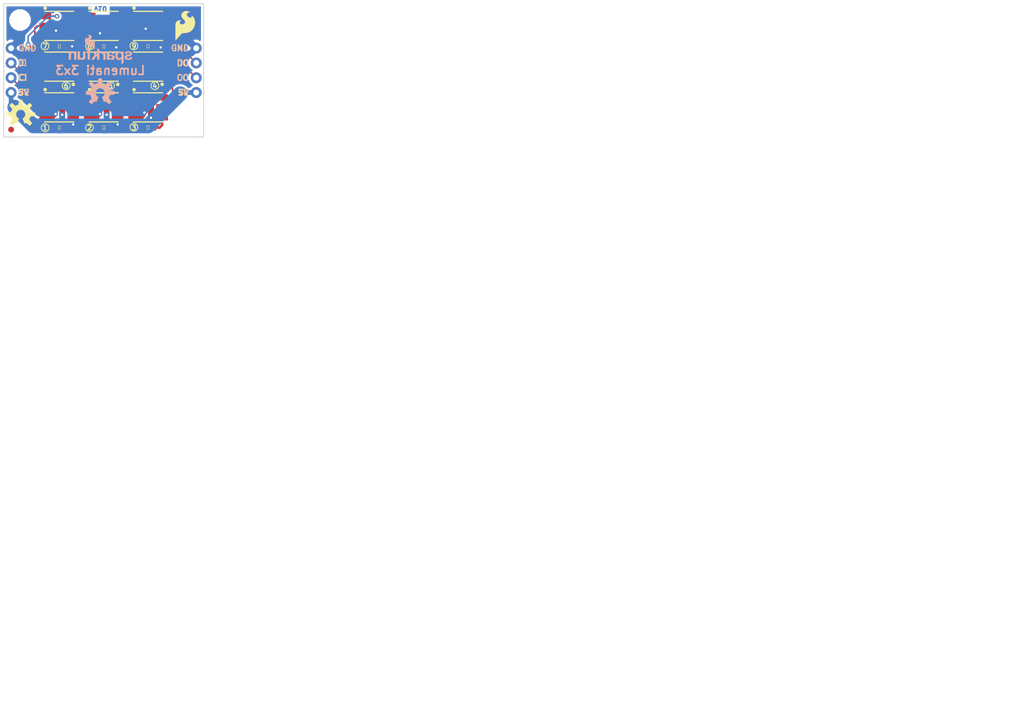
<source format=kicad_pcb>
(kicad_pcb (version 4) (host pcbnew 4.0.6)

  (general
    (links 52)
    (no_connects 0)
    (area 86.230687 68.039 272.637 194.517)
    (thickness 1.6)
    (drawings 57)
    (tracks 184)
    (zones 0)
    (modules 25)
    (nets 23)
  )

  (page A4)
  (layers
    (0 F.Cu signal hide)
    (31 B.Cu signal)
    (32 B.Adhes user)
    (33 F.Adhes user)
    (34 B.Paste user)
    (35 F.Paste user)
    (36 B.SilkS user)
    (37 F.SilkS user)
    (38 B.Mask user)
    (39 F.Mask user)
    (40 Dwgs.User user hide)
    (41 Cmts.User user)
    (42 Eco1.User user hide)
    (43 Eco2.User user hide)
    (44 Edge.Cuts user)
    (45 Margin user hide)
    (46 B.CrtYd user hide)
    (47 F.CrtYd user hide)
    (48 B.Fab user hide)
    (49 F.Fab user hide)
  )

  (setup
    (last_trace_width 0.25)
    (user_trace_width 0.2032)
    (user_trace_width 0.254)
    (user_trace_width 0.4064)
    (user_trace_width 0.6096)
    (user_trace_width 0.8128)
    (user_trace_width 1.016)
    (user_trace_width 1.524)
    (user_trace_width 2.54)
    (trace_clearance 0.2)
    (zone_clearance 0.381)
    (zone_45_only no)
    (trace_min 0.2)
    (segment_width 0.2)
    (edge_width 0.15)
    (via_size 0.8)
    (via_drill 0.4)
    (via_min_size 0.4)
    (via_min_drill 0.3)
    (uvia_size 0.3)
    (uvia_drill 0.1)
    (uvias_allowed no)
    (uvia_min_size 0.2)
    (uvia_min_drill 0.1)
    (pcb_text_width 0.3)
    (pcb_text_size 1.5 1.5)
    (mod_edge_width 0.15)
    (mod_text_size 1 1)
    (mod_text_width 0.15)
    (pad_size 0.99822 0.99822)
    (pad_drill 0)
    (pad_to_mask_clearance 0.1016)
    (aux_axis_origin 0 0)
    (grid_origin 123.317 99.822)
    (visible_elements 7FFCF9FF)
    (pcbplotparams
      (layerselection 0x00030_ffffffff)
      (usegerberextensions false)
      (excludeedgelayer true)
      (linewidth 0.100000)
      (plotframeref false)
      (viasonmask false)
      (mode 1)
      (useauxorigin false)
      (hpglpennumber 1)
      (hpglpenspeed 20)
      (hpglpendiameter 15)
      (hpglpenoverlay 2)
      (psnegative false)
      (psa4output false)
      (plotreference true)
      (plotvalue true)
      (plotinvisibletext false)
      (padsonsilk false)
      (subtractmaskfromsilk false)
      (outputformat 1)
      (mirror false)
      (drillshape 1)
      (scaleselection 1)
      (outputdirectory ""))
  )

  (net 0 "")
  (net 1 +5V)
  (net 2 GND)
  (net 3 "Net-(J1-Pad3)")
  (net 4 "Net-(J1-Pad2)")
  (net 5 "Net-(J2-Pad2)")
  (net 6 "Net-(J2-Pad3)")
  (net 7 "Net-(U1-Pad5)")
  (net 8 "Net-(U1-Pad6)")
  (net 9 "Net-(U2-Pad5)")
  (net 10 "Net-(U2-Pad6)")
  (net 11 "Net-(U3-Pad6)")
  (net 12 "Net-(U3-Pad5)")
  (net 13 "Net-(U4-Pad5)")
  (net 14 "Net-(U4-Pad6)")
  (net 15 "Net-(U5-Pad6)")
  (net 16 "Net-(U5-Pad5)")
  (net 17 "Net-(U6-Pad5)")
  (net 18 "Net-(U6-Pad6)")
  (net 19 "Net-(U7-Pad6)")
  (net 20 "Net-(U7-Pad5)")
  (net 21 "Net-(U8-Pad5)")
  (net 22 "Net-(U8-Pad6)")

  (net_class Default "This is the default net class."
    (clearance 0.2)
    (trace_width 0.25)
    (via_dia 0.8)
    (via_drill 0.4)
    (uvia_dia 0.3)
    (uvia_drill 0.1)
    (add_net +5V)
    (add_net GND)
    (add_net "Net-(J1-Pad2)")
    (add_net "Net-(J1-Pad3)")
    (add_net "Net-(J2-Pad2)")
    (add_net "Net-(J2-Pad3)")
    (add_net "Net-(U1-Pad5)")
    (add_net "Net-(U1-Pad6)")
    (add_net "Net-(U2-Pad5)")
    (add_net "Net-(U2-Pad6)")
    (add_net "Net-(U3-Pad5)")
    (add_net "Net-(U3-Pad6)")
    (add_net "Net-(U4-Pad5)")
    (add_net "Net-(U4-Pad6)")
    (add_net "Net-(U5-Pad5)")
    (add_net "Net-(U5-Pad6)")
    (add_net "Net-(U6-Pad5)")
    (add_net "Net-(U6-Pad6)")
    (add_net "Net-(U7-Pad5)")
    (add_net "Net-(U7-Pad6)")
    (add_net "Net-(U8-Pad5)")
    (add_net "Net-(U8-Pad6)")
  )

  (module Aesthetics:OSHW-LOGO-M (layer F.Cu) (tedit 59399937) (tstamp 5940A98B)
    (at 100.838 93.3958)
    (descr "OPEN-SOURCE HARDWARE (OSHW) LOGO - MEDIUM - SILKSCREEN")
    (tags "OPEN-SOURCE HARDWARE (OSHW) LOGO - MEDIUM - SILKSCREEN")
    (path /591CA41A)
    (attr virtual)
    (fp_text reference LOGO2 (at 0 0) (layer F.SilkS) hide
      (effects (font (thickness 0.15)))
    )
    (fp_text value OSHW-LOGOMINI (at 0 0) (layer F.SilkS) hide
      (effects (font (thickness 0.15)))
    )
    (fp_poly (pts (xy 0.65532 1.5875) (xy 0.90932 1.45542) (xy 1.5367 1.9685) (xy 1.9685 1.5367)
      (xy 1.45542 0.90932) (xy 1.5875 0.65532) (xy 1.67386 0.38608) (xy 2.47904 0.30226)
      (xy 2.47904 -0.30226) (xy 1.67386 -0.38608) (xy 1.5875 -0.65532) (xy 1.45542 -0.90932)
      (xy 1.9685 -1.5367) (xy 1.5367 -1.9685) (xy 0.90932 -1.45542) (xy 0.65532 -1.5875)
      (xy 0.38608 -1.67386) (xy 0.30226 -2.47904) (xy -0.30226 -2.47904) (xy -0.38608 -1.67386)
      (xy -0.65532 -1.5875) (xy -0.90932 -1.45542) (xy -1.5367 -1.9685) (xy -1.9685 -1.5367)
      (xy -1.45542 -0.90932) (xy -1.5875 -0.65532) (xy -1.67386 -0.38608) (xy -2.47904 -0.30226)
      (xy -2.47904 0.30226) (xy -1.67386 0.38608) (xy -1.5875 0.65532) (xy -1.45542 0.90932)
      (xy -1.9685 1.5367) (xy -1.5367 1.9685) (xy -0.90932 1.45542) (xy -0.65532 1.5875)
      (xy -0.29718 0.72136) (xy -0.4318 0.6477) (xy -0.55118 0.55118) (xy -0.6477 0.4318)
      (xy -0.72136 0.29718) (xy -0.76454 0.1524) (xy -0.77978 0) (xy -0.76454 -0.15748)
      (xy -0.71374 -0.31242) (xy -0.635 -0.44958) (xy -0.53086 -0.5715) (xy -0.40132 -0.66802)
      (xy -0.25654 -0.7366) (xy -0.1016 -0.77216) (xy 0.05588 -0.77724) (xy 0.2159 -0.7493)
      (xy 0.36322 -0.68834) (xy 0.49784 -0.59944) (xy 0.6096 -0.48514) (xy 0.69596 -0.35052)
      (xy 0.75438 -0.20066) (xy 0.77978 -0.04318) (xy 0.77216 0.1143) (xy 0.73152 0.26924)
      (xy 0.6604 0.41402) (xy 0.56134 0.54102) (xy 0.43942 0.64516) (xy 0.29718 0.72136)) (layer F.SilkS) (width 0.01))
  )

  (module Pete:0603_revised (layer F.Cu) (tedit 5914AE47) (tstamp 5958DC76)
    (at 107.442 95.6818 180)
    (path /591344EB)
    (attr smd)
    (fp_text reference C1 (at 0.127 -0.9652 180) (layer F.SilkS) hide
      (effects (font (size 0.4064 0.4064) (thickness 0.0254)))
    )
    (fp_text value 0.1uF (at 0.2032 0.9398 180) (layer F.SilkS) hide
      (effects (font (size 0.4064 0.4064) (thickness 0.0254)))
    )
    (fp_line (start -0.8382 0.4699) (end -0.33782 0.4699) (layer Dwgs.User) (width 0.06604))
    (fp_line (start -0.33782 0.4699) (end -0.33782 -0.48006) (layer Dwgs.User) (width 0.06604))
    (fp_line (start -0.8382 -0.48006) (end -0.33782 -0.48006) (layer Dwgs.User) (width 0.06604))
    (fp_line (start -0.8382 0.4699) (end -0.8382 -0.48006) (layer Dwgs.User) (width 0.06604))
    (fp_line (start 0.3302 0.4699) (end 0.82804 0.4699) (layer Dwgs.User) (width 0.06604))
    (fp_line (start 0.82804 0.4699) (end 0.82804 -0.48006) (layer Dwgs.User) (width 0.06604))
    (fp_line (start 0.3302 -0.48006) (end 0.82804 -0.48006) (layer Dwgs.User) (width 0.06604))
    (fp_line (start 0.3302 0.4699) (end 0.3302 -0.48006) (layer Dwgs.User) (width 0.06604))
    (fp_line (start -0.19812 0.29972) (end 0.19812 0.29972) (layer F.SilkS) (width 0.06604))
    (fp_line (start 0.19812 0.29972) (end 0.19812 -0.29972) (layer F.SilkS) (width 0.06604))
    (fp_line (start -0.19812 -0.29972) (end 0.19812 -0.29972) (layer F.SilkS) (width 0.06604))
    (fp_line (start -0.19812 0.29972) (end -0.19812 -0.29972) (layer F.SilkS) (width 0.06604))
    (fp_line (start -1.47066 -0.98298) (end 1.47066 -0.98298) (layer Dwgs.User) (width 0.0508))
    (fp_line (start 1.47066 -0.98298) (end 1.47066 0.98298) (layer Dwgs.User) (width 0.0508))
    (fp_line (start 1.47066 0.98298) (end -1.47066 0.98298) (layer Dwgs.User) (width 0.0508))
    (fp_line (start -1.47066 0.98298) (end -1.47066 -0.98298) (layer Dwgs.User) (width 0.0508))
    (fp_line (start -0.3556 -0.4318) (end 0.3556 -0.4318) (layer Dwgs.User) (width 0.1016))
    (fp_line (start -0.3556 0.41656) (end 0.3556 0.41656) (layer Dwgs.User) (width 0.1016))
    (pad 1 smd rect (at -0.84836 0 180) (size 1.09982 0.99822) (layers F.Cu F.Paste F.Mask)
      (net 1 +5V))
    (pad 2 smd rect (at 0.84836 0 180) (size 1.09982 0.99822) (layers F.Cu F.Paste F.Mask)
      (net 2 GND))
  )

  (module Pete:0603_revised (layer F.Cu) (tedit 5914AE47) (tstamp 5958DC8E)
    (at 115.0874 95.6818 180)
    (path /59134598)
    (attr smd)
    (fp_text reference C2 (at 0.127 -0.9652 180) (layer F.SilkS) hide
      (effects (font (size 0.4064 0.4064) (thickness 0.0254)))
    )
    (fp_text value 0.1uF (at 0.2032 0.9398 180) (layer F.SilkS) hide
      (effects (font (size 0.4064 0.4064) (thickness 0.0254)))
    )
    (fp_line (start -0.3556 0.41656) (end 0.3556 0.41656) (layer Dwgs.User) (width 0.1016))
    (fp_line (start -0.3556 -0.4318) (end 0.3556 -0.4318) (layer Dwgs.User) (width 0.1016))
    (fp_line (start -1.47066 0.98298) (end -1.47066 -0.98298) (layer Dwgs.User) (width 0.0508))
    (fp_line (start 1.47066 0.98298) (end -1.47066 0.98298) (layer Dwgs.User) (width 0.0508))
    (fp_line (start 1.47066 -0.98298) (end 1.47066 0.98298) (layer Dwgs.User) (width 0.0508))
    (fp_line (start -1.47066 -0.98298) (end 1.47066 -0.98298) (layer Dwgs.User) (width 0.0508))
    (fp_line (start -0.19812 0.29972) (end -0.19812 -0.29972) (layer F.SilkS) (width 0.06604))
    (fp_line (start -0.19812 -0.29972) (end 0.19812 -0.29972) (layer F.SilkS) (width 0.06604))
    (fp_line (start 0.19812 0.29972) (end 0.19812 -0.29972) (layer F.SilkS) (width 0.06604))
    (fp_line (start -0.19812 0.29972) (end 0.19812 0.29972) (layer F.SilkS) (width 0.06604))
    (fp_line (start 0.3302 0.4699) (end 0.3302 -0.48006) (layer Dwgs.User) (width 0.06604))
    (fp_line (start 0.3302 -0.48006) (end 0.82804 -0.48006) (layer Dwgs.User) (width 0.06604))
    (fp_line (start 0.82804 0.4699) (end 0.82804 -0.48006) (layer Dwgs.User) (width 0.06604))
    (fp_line (start 0.3302 0.4699) (end 0.82804 0.4699) (layer Dwgs.User) (width 0.06604))
    (fp_line (start -0.8382 0.4699) (end -0.8382 -0.48006) (layer Dwgs.User) (width 0.06604))
    (fp_line (start -0.8382 -0.48006) (end -0.33782 -0.48006) (layer Dwgs.User) (width 0.06604))
    (fp_line (start -0.33782 0.4699) (end -0.33782 -0.48006) (layer Dwgs.User) (width 0.06604))
    (fp_line (start -0.8382 0.4699) (end -0.33782 0.4699) (layer Dwgs.User) (width 0.06604))
    (pad 2 smd rect (at 0.84836 0 180) (size 1.09982 0.99822) (layers F.Cu F.Paste F.Mask)
      (net 2 GND))
    (pad 1 smd rect (at -0.84836 0 180) (size 1.09982 0.99822) (layers F.Cu F.Paste F.Mask)
      (net 1 +5V))
  )

  (module Pete:0603_revised (layer F.Cu) (tedit 5914AE47) (tstamp 5958DCA6)
    (at 122.682 95.6818 180)
    (path /59134604)
    (attr smd)
    (fp_text reference C3 (at 0.127 -0.9652 180) (layer F.SilkS) hide
      (effects (font (size 0.4064 0.4064) (thickness 0.0254)))
    )
    (fp_text value 0.1uF (at 0.2032 0.9398 180) (layer F.SilkS) hide
      (effects (font (size 0.4064 0.4064) (thickness 0.0254)))
    )
    (fp_line (start -0.8382 0.4699) (end -0.33782 0.4699) (layer Dwgs.User) (width 0.06604))
    (fp_line (start -0.33782 0.4699) (end -0.33782 -0.48006) (layer Dwgs.User) (width 0.06604))
    (fp_line (start -0.8382 -0.48006) (end -0.33782 -0.48006) (layer Dwgs.User) (width 0.06604))
    (fp_line (start -0.8382 0.4699) (end -0.8382 -0.48006) (layer Dwgs.User) (width 0.06604))
    (fp_line (start 0.3302 0.4699) (end 0.82804 0.4699) (layer Dwgs.User) (width 0.06604))
    (fp_line (start 0.82804 0.4699) (end 0.82804 -0.48006) (layer Dwgs.User) (width 0.06604))
    (fp_line (start 0.3302 -0.48006) (end 0.82804 -0.48006) (layer Dwgs.User) (width 0.06604))
    (fp_line (start 0.3302 0.4699) (end 0.3302 -0.48006) (layer Dwgs.User) (width 0.06604))
    (fp_line (start -0.19812 0.29972) (end 0.19812 0.29972) (layer F.SilkS) (width 0.06604))
    (fp_line (start 0.19812 0.29972) (end 0.19812 -0.29972) (layer F.SilkS) (width 0.06604))
    (fp_line (start -0.19812 -0.29972) (end 0.19812 -0.29972) (layer F.SilkS) (width 0.06604))
    (fp_line (start -0.19812 0.29972) (end -0.19812 -0.29972) (layer F.SilkS) (width 0.06604))
    (fp_line (start -1.47066 -0.98298) (end 1.47066 -0.98298) (layer Dwgs.User) (width 0.0508))
    (fp_line (start 1.47066 -0.98298) (end 1.47066 0.98298) (layer Dwgs.User) (width 0.0508))
    (fp_line (start 1.47066 0.98298) (end -1.47066 0.98298) (layer Dwgs.User) (width 0.0508))
    (fp_line (start -1.47066 0.98298) (end -1.47066 -0.98298) (layer Dwgs.User) (width 0.0508))
    (fp_line (start -0.3556 -0.4318) (end 0.3556 -0.4318) (layer Dwgs.User) (width 0.1016))
    (fp_line (start -0.3556 0.41656) (end 0.3556 0.41656) (layer Dwgs.User) (width 0.1016))
    (pad 1 smd rect (at -0.84836 0 180) (size 1.09982 0.99822) (layers F.Cu F.Paste F.Mask)
      (net 1 +5V))
    (pad 2 smd rect (at 0.84836 0 180) (size 1.09982 0.99822) (layers F.Cu F.Paste F.Mask)
      (net 2 GND))
  )

  (module Pete:0603_revised (layer F.Cu) (tedit 5914AE47) (tstamp 5958DCBE)
    (at 122.682 81.7118 180)
    (path /5913464D)
    (attr smd)
    (fp_text reference C4 (at 0.127 -0.9652 180) (layer F.SilkS) hide
      (effects (font (size 0.4064 0.4064) (thickness 0.0254)))
    )
    (fp_text value 0.22uF (at 0.2032 0.9398 180) (layer F.SilkS) hide
      (effects (font (size 0.4064 0.4064) (thickness 0.0254)))
    )
    (fp_line (start -0.3556 0.41656) (end 0.3556 0.41656) (layer Dwgs.User) (width 0.1016))
    (fp_line (start -0.3556 -0.4318) (end 0.3556 -0.4318) (layer Dwgs.User) (width 0.1016))
    (fp_line (start -1.47066 0.98298) (end -1.47066 -0.98298) (layer Dwgs.User) (width 0.0508))
    (fp_line (start 1.47066 0.98298) (end -1.47066 0.98298) (layer Dwgs.User) (width 0.0508))
    (fp_line (start 1.47066 -0.98298) (end 1.47066 0.98298) (layer Dwgs.User) (width 0.0508))
    (fp_line (start -1.47066 -0.98298) (end 1.47066 -0.98298) (layer Dwgs.User) (width 0.0508))
    (fp_line (start -0.19812 0.29972) (end -0.19812 -0.29972) (layer F.SilkS) (width 0.06604))
    (fp_line (start -0.19812 -0.29972) (end 0.19812 -0.29972) (layer F.SilkS) (width 0.06604))
    (fp_line (start 0.19812 0.29972) (end 0.19812 -0.29972) (layer F.SilkS) (width 0.06604))
    (fp_line (start -0.19812 0.29972) (end 0.19812 0.29972) (layer F.SilkS) (width 0.06604))
    (fp_line (start 0.3302 0.4699) (end 0.3302 -0.48006) (layer Dwgs.User) (width 0.06604))
    (fp_line (start 0.3302 -0.48006) (end 0.82804 -0.48006) (layer Dwgs.User) (width 0.06604))
    (fp_line (start 0.82804 0.4699) (end 0.82804 -0.48006) (layer Dwgs.User) (width 0.06604))
    (fp_line (start 0.3302 0.4699) (end 0.82804 0.4699) (layer Dwgs.User) (width 0.06604))
    (fp_line (start -0.8382 0.4699) (end -0.8382 -0.48006) (layer Dwgs.User) (width 0.06604))
    (fp_line (start -0.8382 -0.48006) (end -0.33782 -0.48006) (layer Dwgs.User) (width 0.06604))
    (fp_line (start -0.33782 0.4699) (end -0.33782 -0.48006) (layer Dwgs.User) (width 0.06604))
    (fp_line (start -0.8382 0.4699) (end -0.33782 0.4699) (layer Dwgs.User) (width 0.06604))
    (pad 2 smd rect (at 0.84836 0 180) (size 1.09982 0.99822) (layers F.Cu F.Paste F.Mask)
      (net 1 +5V))
    (pad 1 smd rect (at -0.84836 0 180) (size 1.09982 0.99822) (layers F.Cu F.Paste F.Mask)
      (net 2 GND))
  )

  (module Pete:0603_revised (layer F.Cu) (tedit 5914AE47) (tstamp 5958DCD6)
    (at 115.0874 81.7372 180)
    (path /591346B3)
    (attr smd)
    (fp_text reference C5 (at 0.127 -0.9652 180) (layer F.SilkS) hide
      (effects (font (size 0.4064 0.4064) (thickness 0.0254)))
    )
    (fp_text value 0.22uF (at 0.2032 0.9398 180) (layer F.SilkS) hide
      (effects (font (size 0.4064 0.4064) (thickness 0.0254)))
    )
    (fp_line (start -0.8382 0.4699) (end -0.33782 0.4699) (layer Dwgs.User) (width 0.06604))
    (fp_line (start -0.33782 0.4699) (end -0.33782 -0.48006) (layer Dwgs.User) (width 0.06604))
    (fp_line (start -0.8382 -0.48006) (end -0.33782 -0.48006) (layer Dwgs.User) (width 0.06604))
    (fp_line (start -0.8382 0.4699) (end -0.8382 -0.48006) (layer Dwgs.User) (width 0.06604))
    (fp_line (start 0.3302 0.4699) (end 0.82804 0.4699) (layer Dwgs.User) (width 0.06604))
    (fp_line (start 0.82804 0.4699) (end 0.82804 -0.48006) (layer Dwgs.User) (width 0.06604))
    (fp_line (start 0.3302 -0.48006) (end 0.82804 -0.48006) (layer Dwgs.User) (width 0.06604))
    (fp_line (start 0.3302 0.4699) (end 0.3302 -0.48006) (layer Dwgs.User) (width 0.06604))
    (fp_line (start -0.19812 0.29972) (end 0.19812 0.29972) (layer F.SilkS) (width 0.06604))
    (fp_line (start 0.19812 0.29972) (end 0.19812 -0.29972) (layer F.SilkS) (width 0.06604))
    (fp_line (start -0.19812 -0.29972) (end 0.19812 -0.29972) (layer F.SilkS) (width 0.06604))
    (fp_line (start -0.19812 0.29972) (end -0.19812 -0.29972) (layer F.SilkS) (width 0.06604))
    (fp_line (start -1.47066 -0.98298) (end 1.47066 -0.98298) (layer Dwgs.User) (width 0.0508))
    (fp_line (start 1.47066 -0.98298) (end 1.47066 0.98298) (layer Dwgs.User) (width 0.0508))
    (fp_line (start 1.47066 0.98298) (end -1.47066 0.98298) (layer Dwgs.User) (width 0.0508))
    (fp_line (start -1.47066 0.98298) (end -1.47066 -0.98298) (layer Dwgs.User) (width 0.0508))
    (fp_line (start -0.3556 -0.4318) (end 0.3556 -0.4318) (layer Dwgs.User) (width 0.1016))
    (fp_line (start -0.3556 0.41656) (end 0.3556 0.41656) (layer Dwgs.User) (width 0.1016))
    (pad 1 smd rect (at -0.84836 0 180) (size 1.09982 0.99822) (layers F.Cu F.Paste F.Mask)
      (net 2 GND))
    (pad 2 smd rect (at 0.84836 0 180) (size 1.09982 0.99822) (layers F.Cu F.Paste F.Mask)
      (net 1 +5V))
  )

  (module Pete:0603_revised (layer F.Cu) (tedit 5914AE47) (tstamp 5958DCEE)
    (at 107.442 81.7372 180)
    (path /59134764)
    (attr smd)
    (fp_text reference C6 (at 0.127 -0.9652 180) (layer F.SilkS) hide
      (effects (font (size 0.4064 0.4064) (thickness 0.0254)))
    )
    (fp_text value 0.22uF (at 0.2032 0.9398 180) (layer F.SilkS) hide
      (effects (font (size 0.4064 0.4064) (thickness 0.0254)))
    )
    (fp_line (start -0.8382 0.4699) (end -0.33782 0.4699) (layer Dwgs.User) (width 0.06604))
    (fp_line (start -0.33782 0.4699) (end -0.33782 -0.48006) (layer Dwgs.User) (width 0.06604))
    (fp_line (start -0.8382 -0.48006) (end -0.33782 -0.48006) (layer Dwgs.User) (width 0.06604))
    (fp_line (start -0.8382 0.4699) (end -0.8382 -0.48006) (layer Dwgs.User) (width 0.06604))
    (fp_line (start 0.3302 0.4699) (end 0.82804 0.4699) (layer Dwgs.User) (width 0.06604))
    (fp_line (start 0.82804 0.4699) (end 0.82804 -0.48006) (layer Dwgs.User) (width 0.06604))
    (fp_line (start 0.3302 -0.48006) (end 0.82804 -0.48006) (layer Dwgs.User) (width 0.06604))
    (fp_line (start 0.3302 0.4699) (end 0.3302 -0.48006) (layer Dwgs.User) (width 0.06604))
    (fp_line (start -0.19812 0.29972) (end 0.19812 0.29972) (layer F.SilkS) (width 0.06604))
    (fp_line (start 0.19812 0.29972) (end 0.19812 -0.29972) (layer F.SilkS) (width 0.06604))
    (fp_line (start -0.19812 -0.29972) (end 0.19812 -0.29972) (layer F.SilkS) (width 0.06604))
    (fp_line (start -0.19812 0.29972) (end -0.19812 -0.29972) (layer F.SilkS) (width 0.06604))
    (fp_line (start -1.47066 -0.98298) (end 1.47066 -0.98298) (layer Dwgs.User) (width 0.0508))
    (fp_line (start 1.47066 -0.98298) (end 1.47066 0.98298) (layer Dwgs.User) (width 0.0508))
    (fp_line (start 1.47066 0.98298) (end -1.47066 0.98298) (layer Dwgs.User) (width 0.0508))
    (fp_line (start -1.47066 0.98298) (end -1.47066 -0.98298) (layer Dwgs.User) (width 0.0508))
    (fp_line (start -0.3556 -0.4318) (end 0.3556 -0.4318) (layer Dwgs.User) (width 0.1016))
    (fp_line (start -0.3556 0.41656) (end 0.3556 0.41656) (layer Dwgs.User) (width 0.1016))
    (pad 1 smd rect (at -0.84836 0 180) (size 1.09982 0.99822) (layers F.Cu F.Paste F.Mask)
      (net 2 GND))
    (pad 2 smd rect (at 0.84836 0 180) (size 1.09982 0.99822) (layers F.Cu F.Paste F.Mask)
      (net 1 +5V))
  )

  (module Aesthetics:FIDUCIAL-1X2 (layer F.Cu) (tedit 59727050) (tstamp 5958DD3B)
    (at 130.937 75.692)
    (descr "FIDUCIAL - CIRCLE, 1MM")
    (tags "FIDUCIAL - CIRCLE, 1MM")
    (path /59307F42)
    (attr smd)
    (fp_text reference FD1 (at 0 0) (layer F.SilkS) hide
      (effects (font (thickness 0.15)))
    )
    (fp_text value FIDUCIAL1X2 (at 0 0) (layer F.SilkS) hide
      (effects (font (thickness 0.15)))
    )
    (pad 1 smd circle (at 0 0) (size 0.99822 0.99822) (layers F.Cu F.Mask))
  )

  (module Aesthetics:FIDUCIAL-1X2 (layer F.Cu) (tedit 59727057) (tstamp 5958DD40)
    (at 99.187 96.012)
    (descr "FIDUCIAL - CIRCLE, 1MM")
    (tags "FIDUCIAL - CIRCLE, 1MM")
    (path /59308008)
    (attr smd)
    (fp_text reference FD2 (at 0 0) (layer F.SilkS) hide
      (effects (font (thickness 0.15)))
    )
    (fp_text value FIDUCIAL1X2 (at 0 0) (layer F.SilkS) hide
      (effects (font (thickness 0.15)))
    )
    (pad 1 smd circle (at 0 0) (size 0.99822 0.99822) (layers F.Cu F.Mask))
  )

  (module SFE_Connectors:1X04_NO_SILK (layer F.Cu) (tedit 59397605) (tstamp 5958DD58)
    (at 99.187 82.042 270)
    (descr "PLATED THROUGH HOLE - 4 PIN NO SILK OUTLINE")
    (tags "PLATED THROUGH HOLE - 4 PIN NO SILK OUTLINE")
    (path /593049A1)
    (attr virtual)
    (fp_text reference J1 (at 0.254 -1.7018 270) (layer F.SilkS) hide
      (effects (font (size 0.6096 0.6096) (thickness 0.127)))
    )
    (fp_text value Input (at 0.5588 1.7272 270) (layer F.SilkS) hide
      (effects (font (size 0.6096 0.6096) (thickness 0.127)))
    )
    (fp_line (start -0.254 0.254) (end -0.254 -0.254) (layer Dwgs.User) (width 0.06604))
    (fp_line (start -0.254 -0.254) (end 0.254 -0.254) (layer Dwgs.User) (width 0.06604))
    (fp_line (start 0.254 0.254) (end 0.254 -0.254) (layer Dwgs.User) (width 0.06604))
    (fp_line (start -0.254 0.254) (end 0.254 0.254) (layer Dwgs.User) (width 0.06604))
    (fp_line (start 2.286 0.254) (end 2.286 -0.254) (layer Dwgs.User) (width 0.06604))
    (fp_line (start 2.286 -0.254) (end 2.794 -0.254) (layer Dwgs.User) (width 0.06604))
    (fp_line (start 2.794 0.254) (end 2.794 -0.254) (layer Dwgs.User) (width 0.06604))
    (fp_line (start 2.286 0.254) (end 2.794 0.254) (layer Dwgs.User) (width 0.06604))
    (fp_line (start 4.826 0.254) (end 4.826 -0.254) (layer Dwgs.User) (width 0.06604))
    (fp_line (start 4.826 -0.254) (end 5.334 -0.254) (layer Dwgs.User) (width 0.06604))
    (fp_line (start 5.334 0.254) (end 5.334 -0.254) (layer Dwgs.User) (width 0.06604))
    (fp_line (start 4.826 0.254) (end 5.334 0.254) (layer Dwgs.User) (width 0.06604))
    (fp_line (start 7.366 0.254) (end 7.366 -0.254) (layer Dwgs.User) (width 0.06604))
    (fp_line (start 7.366 -0.254) (end 7.874 -0.254) (layer Dwgs.User) (width 0.06604))
    (fp_line (start 7.874 0.254) (end 7.874 -0.254) (layer Dwgs.User) (width 0.06604))
    (fp_line (start 7.366 0.254) (end 7.874 0.254) (layer Dwgs.User) (width 0.06604))
    (pad 4 thru_hole circle (at 7.62 0 270) (size 1.8796 1.8796) (drill 1.016) (layers *.Cu *.Mask)
      (net 1 +5V))
    (pad 3 thru_hole circle (at 5.08 0 270) (size 1.8796 1.8796) (drill 1.016) (layers *.Cu *.Mask)
      (net 3 "Net-(J1-Pad3)"))
    (pad 2 thru_hole circle (at 2.54 0 270) (size 1.8796 1.8796) (drill 1.016) (layers *.Cu *.Mask)
      (net 4 "Net-(J1-Pad2)"))
    (pad 1 thru_hole circle (at 0 0 270) (size 1.8796 1.8796) (drill 1.016) (layers *.Cu *.Mask)
      (net 2 GND))
  )

  (module SFE_Connectors:1X04_NO_SILK (layer F.Cu) (tedit 59397611) (tstamp 5958DD70)
    (at 130.937 89.662 90)
    (descr "PLATED THROUGH HOLE - 4 PIN NO SILK OUTLINE")
    (tags "PLATED THROUGH HOLE - 4 PIN NO SILK OUTLINE")
    (path /59304A78)
    (attr virtual)
    (fp_text reference J2 (at 0.254 -1.7018 90) (layer F.SilkS) hide
      (effects (font (size 0.6096 0.6096) (thickness 0.127)))
    )
    (fp_text value Output (at 0.5588 1.7272 90) (layer F.SilkS) hide
      (effects (font (size 0.6096 0.6096) (thickness 0.127)))
    )
    (fp_line (start 7.366 0.254) (end 7.874 0.254) (layer Dwgs.User) (width 0.06604))
    (fp_line (start 7.874 0.254) (end 7.874 -0.254) (layer Dwgs.User) (width 0.06604))
    (fp_line (start 7.366 -0.254) (end 7.874 -0.254) (layer Dwgs.User) (width 0.06604))
    (fp_line (start 7.366 0.254) (end 7.366 -0.254) (layer Dwgs.User) (width 0.06604))
    (fp_line (start 4.826 0.254) (end 5.334 0.254) (layer Dwgs.User) (width 0.06604))
    (fp_line (start 5.334 0.254) (end 5.334 -0.254) (layer Dwgs.User) (width 0.06604))
    (fp_line (start 4.826 -0.254) (end 5.334 -0.254) (layer Dwgs.User) (width 0.06604))
    (fp_line (start 4.826 0.254) (end 4.826 -0.254) (layer Dwgs.User) (width 0.06604))
    (fp_line (start 2.286 0.254) (end 2.794 0.254) (layer Dwgs.User) (width 0.06604))
    (fp_line (start 2.794 0.254) (end 2.794 -0.254) (layer Dwgs.User) (width 0.06604))
    (fp_line (start 2.286 -0.254) (end 2.794 -0.254) (layer Dwgs.User) (width 0.06604))
    (fp_line (start 2.286 0.254) (end 2.286 -0.254) (layer Dwgs.User) (width 0.06604))
    (fp_line (start -0.254 0.254) (end 0.254 0.254) (layer Dwgs.User) (width 0.06604))
    (fp_line (start 0.254 0.254) (end 0.254 -0.254) (layer Dwgs.User) (width 0.06604))
    (fp_line (start -0.254 -0.254) (end 0.254 -0.254) (layer Dwgs.User) (width 0.06604))
    (fp_line (start -0.254 0.254) (end -0.254 -0.254) (layer Dwgs.User) (width 0.06604))
    (pad 1 thru_hole circle (at 0 0 90) (size 1.8796 1.8796) (drill 1.016) (layers *.Cu *.Mask)
      (net 1 +5V))
    (pad 2 thru_hole circle (at 2.54 0 90) (size 1.8796 1.8796) (drill 1.016) (layers *.Cu *.Mask)
      (net 5 "Net-(J2-Pad2)"))
    (pad 3 thru_hole circle (at 5.08 0 90) (size 1.8796 1.8796) (drill 1.016) (layers *.Cu *.Mask)
      (net 6 "Net-(J2-Pad3)"))
    (pad 4 thru_hole circle (at 7.62 0 90) (size 1.8796 1.8796) (drill 1.016) (layers *.Cu *.Mask)
      (net 2 GND))
  )

  (module SparkFun:SFE_LOGO_NAME_FLAME_.1 (layer B.Cu) (tedit 59397620) (tstamp 5958DD7F)
    (at 120.396 84.963 180)
    (descr "SPARKFUN FONT LOGO W/ FLAME - 0.1\" HEIGHT - SILKSCREEN")
    (tags "SPARKFUN FONT LOGO W/ FLAME - 0.1\" HEIGHT - SILKSCREEN")
    (path /591F53CA)
    (attr virtual)
    (fp_text reference LOGO1 (at 0 0 180) (layer B.SilkS) hide
      (effects (font (thickness 0.15)) (justify mirror))
    )
    (fp_text value SFE_LOGO_NAME_FLAME.1_INCH (at 0 0 180) (layer B.SilkS) hide
      (effects (font (thickness 0.15)) (justify mirror))
    )
    (fp_poly (pts (xy 0.80772 1.39954) (xy 0.80772 1.33858) (xy 0.82804 1.28778) (xy 0.85852 1.24968)
      (xy 0.89916 1.2192) (xy 0.9398 1.18872) (xy 0.99822 1.17856) (xy 1.04902 1.1684)
      (xy 1.10998 1.15824) (xy 1.14808 1.1684) (xy 1.18872 1.1684) (xy 1.22936 1.17856)
      (xy 1.27 1.19888) (xy 1.3081 1.22936) (xy 1.33858 1.25984) (xy 1.34874 1.29794)
      (xy 1.3589 1.33858) (xy 1.34874 1.37922) (xy 1.32842 1.41986) (xy 1.28778 1.4478)
      (xy 1.23952 1.47828) (xy 1.17856 1.4986) (xy 1.09982 1.51892) (xy 1.01854 1.53924)
      (xy 0.91948 1.55956) (xy 0.82804 1.57988) (xy 0.7493 1.60782) (xy 0.67818 1.6383)
      (xy 0.6096 1.67894) (xy 0.54864 1.71958) (xy 0.508 1.778) (xy 0.47752 1.84912)
      (xy 0.4699 1.93802) (xy 0.47752 2.05994) (xy 0.51816 2.159) (xy 0.58928 2.23774)
      (xy 0.65786 2.2987) (xy 0.75946 2.3495) (xy 0.85852 2.36982) (xy 0.96774 2.3876)
      (xy 1.19888 2.3876) (xy 1.3081 2.36982) (xy 1.4097 2.33934) (xy 1.4986 2.2987)
      (xy 1.57988 2.23774) (xy 1.6383 2.159) (xy 1.6891 2.05994) (xy 1.70942 1.93802)
      (xy 1.33858 1.93802) (xy 1.32842 1.98882) (xy 1.3081 2.03962) (xy 1.28778 2.06756)
      (xy 1.25984 2.08788) (xy 1.2192 2.1082) (xy 1.1684 2.12852) (xy 0.99822 2.12852)
      (xy 0.96774 2.11836) (xy 0.92964 2.1082) (xy 0.89916 2.09804) (xy 0.87884 2.06756)
      (xy 0.85852 2.03962) (xy 0.85852 1.99898) (xy 0.86868 1.95834) (xy 0.89916 1.9177)
      (xy 0.9398 1.88976) (xy 0.99822 1.85928) (xy 1.05918 1.83896) (xy 1.13792 1.8288)
      (xy 1.2192 1.80848) (xy 1.29794 1.78816) (xy 1.37922 1.76784) (xy 1.46812 1.74752)
      (xy 1.53924 1.70942) (xy 1.60782 1.66878) (xy 1.66878 1.61798) (xy 1.70942 1.55956)
      (xy 1.7399 1.48844) (xy 1.74752 1.39954) (xy 1.72974 1.27) (xy 1.6891 1.15824)
      (xy 1.62814 1.0795) (xy 1.5494 1.00838) (xy 1.4478 0.95758) (xy 1.33858 0.92964)
      (xy 1.2192 0.90932) (xy 1.09982 0.89916) (xy 0.9779 0.90932) (xy 0.85852 0.92964)
      (xy 0.7493 0.95758) (xy 0.6477 1.00838) (xy 0.56896 1.0795) (xy 0.49784 1.1684)
      (xy 0.45974 1.27) (xy 0.43942 1.39954) (xy 0.75946 1.39954)) (layer B.SilkS) (width 0.01))
    (fp_poly (pts (xy 2.9083 1.39954) (xy 2.93878 1.47828) (xy 2.94894 1.55956) (xy 2.94894 1.6383)
      (xy 3.33756 1.62814) (xy 3.32994 1.48844) (xy 3.29946 1.3589) (xy 3.24866 1.23952)) (layer B.SilkS) (width 0.01))
    (fp_poly (pts (xy 3.24866 1.23952) (xy 3.1877 1.12776) (xy 3.0988 1.03886) (xy 2.98958 0.95758)
      (xy 2.86766 0.91948) (xy 2.7178 0.89916) (xy 2.65938 0.90932) (xy 2.59842 0.91948)
      (xy 2.54 0.92964) (xy 2.47904 0.95758) (xy 2.42824 0.98806) (xy 2.37998 1.01854)
      (xy 2.33934 1.06934) (xy 2.2987 1.1176) (xy 2.28854 1.1176) (xy 2.28854 0.09906)
      (xy 2.2479 0.1397) (xy 2.19964 0.18796) (xy 2.14884 0.2286) (xy 2.09804 0.26924)
      (xy 2.04978 0.30988) (xy 1.99898 0.35814) (xy 1.95834 0.39878) (xy 1.90754 0.43942)
      (xy 1.90754 2.28854) (xy 1.94818 2.2987) (xy 1.99898 2.30886) (xy 2.04978 2.30886)
      (xy 2.08788 2.31902) (xy 2.13868 2.32918) (xy 2.17932 2.33934) (xy 2.22758 2.3495)
      (xy 2.27838 2.35966) (xy 2.27838 2.17932) (xy 2.31902 2.22758) (xy 2.35966 2.26822)
      (xy 2.40792 2.30886) (xy 2.45872 2.33934) (xy 2.50952 2.36982) (xy 2.56794 2.37998)
      (xy 2.6289 2.3876) (xy 2.69748 2.3876) (xy 2.84988 2.37998) (xy 2.98958 2.32918)
      (xy 3.0988 2.25806) (xy 3.1877 2.159) (xy 3.25882 2.04978) (xy 3.29946 1.9177)
      (xy 3.32994 1.778) (xy 3.33756 1.62814) (xy 2.94894 1.6383) (xy 2.94894 1.72974)
      (xy 2.93878 1.80848) (xy 2.9083 1.88976) (xy 2.87782 1.95834) (xy 2.82956 2.0193)
      (xy 2.7686 2.05994) (xy 2.69748 2.08788) (xy 2.60858 2.09804) (xy 2.52984 2.08788)
      (xy 2.44856 2.05994) (xy 2.39776 2.0193) (xy 2.3495 1.95834) (xy 2.31902 1.88976)
      (xy 2.28854 1.80848) (xy 2.27838 1.72974) (xy 2.27838 1.55956) (xy 2.2987 1.47828)
      (xy 2.31902 1.39954) (xy 2.3495 1.32842) (xy 2.39776 1.27762) (xy 2.45872 1.22936)
      (xy 2.52984 1.20904) (xy 2.61874 1.19888) (xy 2.69748 1.20904) (xy 2.77876 1.22936)
      (xy 2.83972 1.27762) (xy 2.87782 1.32842) (xy 2.9083 1.39954)) (layer B.SilkS) (width 0.01))
    (fp_poly (pts (xy 3.92938 1.74752) (xy 4.01828 1.75768) (xy 4.10972 1.76784) (xy 4.1783 1.778)
      (xy 4.2291 1.57988) (xy 4.20878 1.56972) (xy 4.18846 1.56972) (xy 4.15798 1.55956)
      (xy 4.11988 1.55956) (xy 4.0894 1.5494) (xy 4.04876 1.5494) (xy 4.02844 1.53924)
      (xy 4.00812 1.53924)) (layer B.SilkS) (width 0.01))
    (fp_poly (pts (xy 4.00812 1.53924) (xy 3.97764 1.52908) (xy 3.95986 1.51892) (xy 3.9497 1.50876)
      (xy 3.92938 1.4986) (xy 3.90906 1.48844) (xy 3.8989 1.47828) (xy 3.87858 1.46812)
      (xy 3.86842 1.4478) (xy 3.85826 1.42748) (xy 3.8481 1.4097) (xy 3.8481 1.38938)
      (xy 3.83794 1.36906) (xy 3.83794 1.31826) (xy 3.8481 1.28778) (xy 3.8481 1.27)
      (xy 3.85826 1.24968) (xy 3.86842 1.23952) (xy 3.87858 1.2192) (xy 3.8989 1.20904)
      (xy 3.90906 1.19888) (xy 3.92938 1.18872) (xy 3.9497 1.17856) (xy 3.96748 1.17856)
      (xy 3.9878 1.1684) (xy 4.00812 1.1684) (xy 4.02844 1.15824) (xy 4.07924 1.15824)
      (xy 4.1275 1.1684) (xy 4.1783 1.1684) (xy 4.21894 1.18872) (xy 4.25958 1.19888)
      (xy 4.28752 1.2192) (xy 4.30784 1.23952) (xy 4.32816 1.27) (xy 4.34848 1.28778)
      (xy 4.35864 1.31826) (xy 4.3688 1.34874) (xy 4.37896 1.36906) (xy 4.38912 1.39954)
      (xy 4.38912 1.62814) (xy 4.37896 1.61798) (xy 4.3688 1.60782) (xy 4.34848 1.60782)
      (xy 4.32816 1.59766) (xy 4.30784 1.5875) (xy 4.28752 1.5875) (xy 4.26974 1.57988)
      (xy 4.2291 1.57988) (xy 4.1783 1.778) (xy 4.24942 1.79832) (xy 4.30784 1.81864)
      (xy 4.35864 1.84912) (xy 4.38912 1.88976) (xy 4.38912 1.99898) (xy 4.37896 2.0193)
      (xy 4.3688 2.03962) (xy 4.35864 2.05994) (xy 4.34848 2.06756) (xy 4.33832 2.08788)
      (xy 4.318 2.09804) (xy 4.29768 2.1082) (xy 4.2799 2.11836) (xy 4.25958 2.11836)
      (xy 4.23926 2.12852) (xy 4.05892 2.12852) (xy 4.0386 2.11836) (xy 4.01828 2.1082)
      (xy 3.99796 2.09804) (xy 3.97764 2.08788) (xy 3.95986 2.07772) (xy 3.9497 2.06756)
      (xy 3.92938 2.04978) (xy 3.91922 2.03962) (xy 3.90906 2.0193) (xy 3.8989 1.98882)
      (xy 3.88874 1.9685) (xy 3.88874 1.9177) (xy 3.49758 1.9177) (xy 3.50774 1.97866)
      (xy 3.5179 2.03962) (xy 3.53822 2.09804) (xy 3.5687 2.13868) (xy 3.59918 2.18948)
      (xy 3.62966 2.22758) (xy 3.66776 2.25806) (xy 3.71856 2.28854) (xy 3.76936 2.31902)
      (xy 3.81762 2.33934) (xy 3.86842 2.3495) (xy 3.92938 2.36982) (xy 3.9878 2.37998)
      (xy 4.0386 2.3876) (xy 4.26974 2.3876) (xy 4.318 2.37998) (xy 4.37896 2.37998)
      (xy 4.42976 2.36982) (xy 4.47802 2.3495) (xy 4.52882 2.33934) (xy 4.57962 2.31902)
      (xy 4.61772 2.28854) (xy 4.65836 2.25806) (xy 4.699 2.22758) (xy 4.72948 2.18948)
      (xy 4.7498 2.14884) (xy 4.76758 2.09804) (xy 4.77774 2.04978) (xy 4.77774 1.17856)
      (xy 4.7879 1.15824) (xy 4.7879 1.06934) (xy 4.79806 1.04902) (xy 4.79806 1.0287)
      (xy 4.80822 1.00838) (xy 4.80822 0.9779) (xy 4.81838 0.95758) (xy 4.82854 0.94996)
      (xy 4.82854 0.9398) (xy 4.43992 0.9398) (xy 4.43992 0.94996) (xy 4.42976 0.95758)
      (xy 4.42976 0.96774) (xy 4.4196 0.9779) (xy 4.4196 1.00838) (xy 4.40944 1.01854)
      (xy 4.40944 1.0795) (xy 4.38912 1.04902) (xy 4.35864 1.0287) (xy 4.33832 1.00838)
      (xy 4.30784 0.98806) (xy 4.2799 0.9779) (xy 4.24942 0.95758) (xy 4.21894 0.94996)
      (xy 4.18846 0.9398) (xy 4.15798 0.92964) (xy 4.1275 0.91948) (xy 4.09956 0.91948)
      (xy 4.06908 0.90932) (xy 4.02844 0.90932) (xy 3.99796 0.89916) (xy 3.88874 0.89916)
      (xy 3.83794 0.90932) (xy 3.78968 0.90932) (xy 3.74904 0.91948) (xy 3.69824 0.9398)
      (xy 3.6576 0.95758) (xy 3.62966 0.9779) (xy 3.58902 0.99822) (xy 3.55854 1.0287)
      (xy 3.53822 1.05918) (xy 3.50774 1.09982) (xy 3.48996 1.12776) (xy 3.4798 1.17856)
      (xy 3.45948 1.2192) (xy 3.45948 1.27) (xy 3.44932 1.31826) (xy 3.46964 1.42748)
      (xy 3.49758 1.51892) (xy 3.53822 1.5875) (xy 3.60934 1.64846) (xy 3.67792 1.6891)
      (xy 3.7592 1.71958) (xy 3.83794 1.7399) (xy 3.92938 1.74752)) (layer B.SilkS) (width 0.01))
    (fp_poly (pts (xy 4.99872 2.28854) (xy 5.04952 2.2987) (xy 5.08762 2.30886) (xy 5.13842 2.30886)
      (xy 5.18922 2.31902) (xy 5.22986 2.32918) (xy 5.27812 2.33934) (xy 5.32892 2.3495)
      (xy 5.36956 2.35966) (xy 5.36956 2.08788) (xy 5.40766 2.159) (xy 5.4483 2.2098)
      (xy 5.4991 2.26822) (xy 5.5499 2.30886) (xy 5.61848 2.3495) (xy 5.67944 2.36982)
      (xy 5.74802 2.3876) (xy 5.88772 2.3876) (xy 5.89788 2.37998) (xy 5.90804 2.37998)
      (xy 5.90804 2.0193) (xy 5.89788 2.0193) (xy 5.87756 2.02946) (xy 5.76834 2.02946)
      (xy 5.66928 2.0193) (xy 5.588 1.99898) (xy 5.51942 1.95834) (xy 5.46862 1.89992)
      (xy 5.42798 1.8288) (xy 5.40766 1.75768) (xy 5.38988 1.66878) (xy 5.38988 0.9398)
      (xy 4.99872 0.9398) (xy 4.99872 2.11836)) (layer B.SilkS) (width 0.01))
    (fp_poly (pts (xy 6.0579 2.6797) (xy 6.44906 2.88798) (xy 6.44906 1.84912) (xy 6.93928 2.35966)
      (xy 7.39902 2.35966) (xy 6.86816 1.83896) (xy 7.45998 0.9398) (xy 6.98754 0.9398)
      (xy 6.59892 1.56972) (xy 6.44906 1.42748) (xy 6.44906 0.9398) (xy 6.0579 0.9398)) (layer B.SilkS) (width 0.01))
    (fp_poly (pts (xy 7.69874 2.09804) (xy 7.30758 2.09804) (xy 7.34822 2.12852) (xy 7.3787 2.159)
      (xy 7.40918 2.18948) (xy 7.44982 2.22758) (xy 7.47776 2.25806) (xy 7.50824 2.28854)
      (xy 7.54888 2.31902) (xy 7.57936 2.35966) (xy 7.69874 2.35966) (xy 7.69874 2.55778)
      (xy 7.72922 2.63906) (xy 7.7597 2.70764) (xy 7.80796 2.7686) (xy 7.87908 2.8194)
      (xy 7.95782 2.8575) (xy 8.05942 2.88798) (xy 8.34898 2.88798) (xy 8.3693 2.87782)
      (xy 8.3693 2.59842) (xy 8.19912 2.59842) (xy 8.15848 2.58826) (xy 8.13816 2.5781)
      (xy 8.11784 2.56794) (xy 8.09752 2.54) (xy 8.0899 2.51968) (xy 8.0899 2.47904)
      (xy 8.07974 2.4384) (xy 8.07974 2.35966) (xy 8.34898 2.35966) (xy 8.34898 2.09804)
      (xy 8.07974 2.09804) (xy 8.07974 0.9398) (xy 7.69874 0.9398) (xy 7.69874 1.94818)) (layer B.SilkS) (width 0.01))
    (fp_poly (pts (xy 9.78916 0.9398) (xy 9.41832 0.9398) (xy 9.41832 1.13792) (xy 9.40816 1.13792)
      (xy 9.36752 1.0795) (xy 9.32942 1.0287) (xy 9.27862 0.98806) (xy 9.21766 0.95758)
      (xy 9.1694 0.9398) (xy 9.10844 0.91948) (xy 9.03986 0.90932) (xy 8.9789 0.89916)
      (xy 8.8392 0.90932) (xy 8.72998 0.94996) (xy 8.63854 0.99822) (xy 8.56996 1.05918)
      (xy 8.51916 1.14808) (xy 8.48868 1.24968) (xy 8.46836 1.3589) (xy 8.46836 2.35966)
      (xy 8.84936 2.35966) (xy 8.84936 1.55956) (xy 8.85952 1.47828) (xy 8.86968 1.39954)
      (xy 8.87984 1.33858) (xy 8.90778 1.29794) (xy 8.93826 1.25984) (xy 8.98906 1.22936)
      (xy 9.03986 1.2192) (xy 9.09828 1.20904) (xy 9.17956 1.2192) (xy 9.23798 1.22936)
      (xy 9.28878 1.25984) (xy 9.32942 1.29794) (xy 9.3599 1.3589) (xy 9.38784 1.42748)
      (xy 9.398 1.50876) (xy 9.398 2.35966) (xy 9.78916 2.35966) (xy 9.78916 1.1176)) (layer B.SilkS) (width 0.01))
    (fp_poly (pts (xy 9.99998 2.35966) (xy 10.36828 2.35966) (xy 10.36828 2.159) (xy 10.37844 2.159)
      (xy 10.41908 2.21996) (xy 10.45972 2.25806) (xy 10.50798 2.2987) (xy 10.56894 2.33934)
      (xy 10.6299 2.35966) (xy 10.68832 2.37998) (xy 10.74928 2.3876) (xy 10.8077 2.3876)
      (xy 10.94994 2.37998) (xy 11.05916 2.3495) (xy 11.14806 2.2987) (xy 11.21918 2.22758)
      (xy 11.26998 2.14884) (xy 11.29792 2.04978) (xy 11.31824 1.93802) (xy 11.3284 1.80848)
      (xy 11.3284 0.9398) (xy 10.93978 0.9398) (xy 10.93978 1.7399) (xy 10.92962 1.81864)
      (xy 10.91946 1.88976) (xy 10.9093 1.94818) (xy 10.87882 1.99898) (xy 10.84834 2.03962)
      (xy 10.79754 2.06756) (xy 10.74928 2.07772) (xy 10.68832 2.08788) (xy 10.60958 2.07772)
      (xy 10.54862 2.06756) (xy 10.49782 2.03962) (xy 10.45972 1.98882) (xy 10.42924 1.93802)
      (xy 10.39876 1.86944) (xy 10.3886 1.778) (xy 10.3886 0.9398) (xy 9.99998 0.9398)
      (xy 9.99998 2.17932)) (layer B.SilkS) (width 0.01))
    (fp_poly (pts (xy 8.24992 4.77774) (xy 8.24992 4.699) (xy 8.23976 4.66852) (xy 8.2296 4.63804)
      (xy 8.19912 4.61772) (xy 8.16864 4.60756) (xy 8.09752 4.60756) (xy 8.05942 4.62788)
      (xy 8.01878 4.6482) (xy 7.9883 4.66852) (xy 7.94766 4.699) (xy 7.91972 4.71932)
      (xy 7.88924 4.7498) (xy 7.86892 4.7879) (xy 7.8486 4.81838) (xy 7.83844 4.85902)
      (xy 7.82828 4.8895) (xy 7.83844 4.91998) (xy 7.8486 4.93776) (xy 7.85876 4.96824)
      (xy 7.87908 4.99872) (xy 7.91972 5.0292) (xy 7.95782 5.04952) (xy 8.00862 5.05968)
      (xy 8.04926 5.06984) (xy 8.07974 5.06984) (xy 8.10768 5.05968) (xy 8.13816 5.05968)
      (xy 8.128 5.06984) (xy 8.0899 5.09778) (xy 8.02894 5.12826) (xy 7.94766 5.15874)
      (xy 7.85876 5.18922) (xy 7.7597 5.18922) (xy 7.64794 5.1689) (xy 7.53872 5.10794)
      (xy 7.44982 5.0292) (xy 7.39902 4.95808) (xy 7.36854 4.86918) (xy 7.36854 4.7879)
      (xy 7.38886 4.699) (xy 7.43966 4.60756) (xy 7.50824 4.52882) (xy 7.58952 4.43992)
      (xy 7.6581 4.35864) (xy 7.68858 4.28752) (xy 7.68858 4.21894) (xy 7.66826 4.15798)
      (xy 7.62762 4.10972) (xy 7.5692 4.06908) (xy 7.48792 4.04876) (xy 7.40918 4.04876)
      (xy 7.35838 4.05892) (xy 7.30758 4.07924) (xy 7.27964 4.09956) (xy 7.24916 4.1275)
      (xy 7.22884 4.16814) (xy 7.21868 4.19862) (xy 7.21868 4.2291) (xy 7.22884 4.25958)
      (xy 7.24916 4.28752) (xy 7.26948 4.30784) (xy 7.2898 4.32816) (xy 7.31774 4.33832)
      (xy 7.33806 4.34848) (xy 7.35838 4.35864) (xy 7.36854 4.3688) (xy 7.34822 4.37896)
      (xy 7.3279 4.37896) (xy 7.2898 4.38912) (xy 7.20852 4.38912) (xy 7.14756 4.37896)
      (xy 7.0993 4.35864) (xy 7.0485 4.33832) (xy 7.00786 4.30784) (xy 6.9596 4.2799)
      (xy 6.92912 4.2291) (xy 6.89864 4.16814) (xy 6.87832 4.10972) (xy 6.86816 4.01828)
      (xy 6.858 3.92938) (xy 6.858 2.64922) (xy 6.86816 2.64922) (xy 6.88848 2.6797)
      (xy 6.91896 2.70764) (xy 6.94944 2.74828) (xy 6.9977 2.79908) (xy 7.0485 2.8575)
      (xy 7.10946 2.91846) (xy 7.15772 2.98958) (xy 7.22884 3.05816) (xy 7.2898 3.11912)
      (xy 7.33806 3.17754) (xy 7.38886 3.21818) (xy 7.43966 3.25882) (xy 7.48792 3.2893)
      (xy 7.54888 3.29946) (xy 7.73938 3.29946) (xy 7.85876 3.31978) (xy 7.96798 3.34772)
      (xy 8.06958 3.38836) (xy 8.16864 3.44932) (xy 8.24992 3.5179) (xy 8.32866 3.59918)
      (xy 8.39978 3.68808) (xy 8.49884 3.86842) (xy 8.54964 4.04876) (xy 8.5598 4.2291)
      (xy 8.52932 4.38912) (xy 8.47852 4.52882) (xy 8.40994 4.6482) (xy 8.32866 4.73964)) (layer B.SilkS) (width 0.01))
  )

  (module Pete:APA102_3 (layer F.Cu) (tedit 591CA5E4) (tstamp 5958DD92)
    (at 107.442 92.202 180)
    (path /59134083)
    (fp_text reference U1 (at 0 3.556 180) (layer F.SilkS) hide
      (effects (font (size 0.889 0.889) (thickness 0.22225)))
    )
    (fp_text value APA102 (at 0 0 270) (layer F.SilkS) hide
      (effects (font (size 0.889 0.6) (thickness 0.15)))
    )
    (fp_circle (center 2.413 3.048) (end 2.4765 3.1115) (layer F.SilkS) (width 0.15))
    (fp_circle (center 2.413 3.048) (end 2.54 3.2385) (layer F.SilkS) (width 0.15))
    (fp_line (start -2.5 2.5) (end 2.5 2.5) (layer F.SilkS) (width 0.2032))
    (fp_line (start -2.5 -2.5) (end 2.5 -2.5) (layer F.SilkS) (width 0.2032))
    (pad 1 smd rect (at 2.4 1.7 180) (size 2 1.1) (layers F.Cu F.Paste F.Mask)
      (net 4 "Net-(J1-Pad2)") (solder_mask_margin 0.1016))
    (pad 2 smd rect (at 2.399998 0 180) (size 2 1.1) (layers F.Cu F.Paste F.Mask)
      (net 3 "Net-(J1-Pad3)") (solder_mask_margin 0.1016))
    (pad 3 smd rect (at 2.4 -1.700001 180) (size 2 1.1) (layers F.Cu F.Paste F.Mask)
      (net 2 GND) (solder_mask_margin 0.1016))
    (pad 4 smd rect (at -2.4 -1.7) (size 2 1.1) (layers F.Cu F.Paste F.Mask)
      (net 1 +5V) (solder_mask_margin 0.1016))
    (pad 5 smd rect (at -2.399998 0) (size 2 1.1) (layers F.Cu F.Paste F.Mask)
      (net 7 "Net-(U1-Pad5)") (solder_mask_margin 0.1016))
    (pad 6 smd rect (at -2.4 1.700001) (size 2 1.1) (layers F.Cu F.Paste F.Mask)
      (net 8 "Net-(U1-Pad6)") (solder_mask_margin 0.1016))
  )

  (module Pete:APA102_3 (layer F.Cu) (tedit 591CA5E4) (tstamp 5958DDA0)
    (at 115.062 92.202 180)
    (path /59134180)
    (fp_text reference U2 (at 0 3.556 180) (layer F.SilkS) hide
      (effects (font (size 0.889 0.889) (thickness 0.22225)))
    )
    (fp_text value APA102 (at 0 0 270) (layer F.SilkS) hide
      (effects (font (size 0.889 0.6) (thickness 0.15)))
    )
    (fp_circle (center 2.413 3.048) (end 2.4765 3.1115) (layer F.SilkS) (width 0.15))
    (fp_circle (center 2.413 3.048) (end 2.54 3.2385) (layer F.SilkS) (width 0.15))
    (fp_line (start -2.5 2.5) (end 2.5 2.5) (layer F.SilkS) (width 0.2032))
    (fp_line (start -2.5 -2.5) (end 2.5 -2.5) (layer F.SilkS) (width 0.2032))
    (pad 1 smd rect (at 2.4 1.7 180) (size 2 1.1) (layers F.Cu F.Paste F.Mask)
      (net 8 "Net-(U1-Pad6)") (solder_mask_margin 0.1016))
    (pad 2 smd rect (at 2.399998 0 180) (size 2 1.1) (layers F.Cu F.Paste F.Mask)
      (net 7 "Net-(U1-Pad5)") (solder_mask_margin 0.1016))
    (pad 3 smd rect (at 2.4 -1.700001 180) (size 2 1.1) (layers F.Cu F.Paste F.Mask)
      (net 2 GND) (solder_mask_margin 0.1016))
    (pad 4 smd rect (at -2.4 -1.7) (size 2 1.1) (layers F.Cu F.Paste F.Mask)
      (net 1 +5V) (solder_mask_margin 0.1016))
    (pad 5 smd rect (at -2.399998 0) (size 2 1.1) (layers F.Cu F.Paste F.Mask)
      (net 9 "Net-(U2-Pad5)") (solder_mask_margin 0.1016))
    (pad 6 smd rect (at -2.4 1.700001) (size 2 1.1) (layers F.Cu F.Paste F.Mask)
      (net 10 "Net-(U2-Pad6)") (solder_mask_margin 0.1016))
  )

  (module Pete:APA102_3 (layer F.Cu) (tedit 591CA5E4) (tstamp 5958DDAE)
    (at 122.682 92.202 180)
    (path /591341EC)
    (fp_text reference U3 (at 0 3.556 180) (layer F.SilkS) hide
      (effects (font (size 0.889 0.889) (thickness 0.22225)))
    )
    (fp_text value APA102 (at 0 0 270) (layer F.SilkS) hide
      (effects (font (size 0.889 0.6) (thickness 0.15)))
    )
    (fp_line (start -2.5 -2.5) (end 2.5 -2.5) (layer F.SilkS) (width 0.2032))
    (fp_line (start -2.5 2.5) (end 2.5 2.5) (layer F.SilkS) (width 0.2032))
    (fp_circle (center 2.413 3.048) (end 2.54 3.2385) (layer F.SilkS) (width 0.15))
    (fp_circle (center 2.413 3.048) (end 2.4765 3.1115) (layer F.SilkS) (width 0.15))
    (pad 6 smd rect (at -2.4 1.700001) (size 2 1.1) (layers F.Cu F.Paste F.Mask)
      (net 11 "Net-(U3-Pad6)") (solder_mask_margin 0.1016))
    (pad 5 smd rect (at -2.399998 0) (size 2 1.1) (layers F.Cu F.Paste F.Mask)
      (net 12 "Net-(U3-Pad5)") (solder_mask_margin 0.1016))
    (pad 4 smd rect (at -2.4 -1.7) (size 2 1.1) (layers F.Cu F.Paste F.Mask)
      (net 1 +5V) (solder_mask_margin 0.1016))
    (pad 3 smd rect (at 2.4 -1.700001 180) (size 2 1.1) (layers F.Cu F.Paste F.Mask)
      (net 2 GND) (solder_mask_margin 0.1016))
    (pad 2 smd rect (at 2.399998 0 180) (size 2 1.1) (layers F.Cu F.Paste F.Mask)
      (net 9 "Net-(U2-Pad5)") (solder_mask_margin 0.1016))
    (pad 1 smd rect (at 2.4 1.7 180) (size 2 1.1) (layers F.Cu F.Paste F.Mask)
      (net 10 "Net-(U2-Pad6)") (solder_mask_margin 0.1016))
  )

  (module Pete:APA102_3 (layer F.Cu) (tedit 591CA5E4) (tstamp 5958DDBC)
    (at 122.682 85.217)
    (path /5913428F)
    (fp_text reference U4 (at 0 3.556) (layer F.SilkS) hide
      (effects (font (size 0.889 0.889) (thickness 0.22225)))
    )
    (fp_text value APA102 (at 0 0 90) (layer F.SilkS) hide
      (effects (font (size 0.889 0.6) (thickness 0.15)))
    )
    (fp_circle (center 2.413 3.048) (end 2.4765 3.1115) (layer F.SilkS) (width 0.15))
    (fp_circle (center 2.413 3.048) (end 2.54 3.2385) (layer F.SilkS) (width 0.15))
    (fp_line (start -2.5 2.5) (end 2.5 2.5) (layer F.SilkS) (width 0.2032))
    (fp_line (start -2.5 -2.5) (end 2.5 -2.5) (layer F.SilkS) (width 0.2032))
    (pad 1 smd rect (at 2.4 1.7) (size 2 1.1) (layers F.Cu F.Paste F.Mask)
      (net 11 "Net-(U3-Pad6)") (solder_mask_margin 0.1016))
    (pad 2 smd rect (at 2.399998 0) (size 2 1.1) (layers F.Cu F.Paste F.Mask)
      (net 12 "Net-(U3-Pad5)") (solder_mask_margin 0.1016))
    (pad 3 smd rect (at 2.4 -1.700001) (size 2 1.1) (layers F.Cu F.Paste F.Mask)
      (net 2 GND) (solder_mask_margin 0.1016))
    (pad 4 smd rect (at -2.4 -1.7 180) (size 2 1.1) (layers F.Cu F.Paste F.Mask)
      (net 1 +5V) (solder_mask_margin 0.1016))
    (pad 5 smd rect (at -2.399998 0 180) (size 2 1.1) (layers F.Cu F.Paste F.Mask)
      (net 13 "Net-(U4-Pad5)") (solder_mask_margin 0.1016))
    (pad 6 smd rect (at -2.4 1.700001 180) (size 2 1.1) (layers F.Cu F.Paste F.Mask)
      (net 14 "Net-(U4-Pad6)") (solder_mask_margin 0.1016))
  )

  (module Pete:APA102_3 (layer F.Cu) (tedit 591CA5E4) (tstamp 5958DDCA)
    (at 115.062 85.217)
    (path /591342DD)
    (fp_text reference U5 (at 0 3.556) (layer F.SilkS) hide
      (effects (font (size 0.889 0.889) (thickness 0.22225)))
    )
    (fp_text value APA102 (at 0 0 90) (layer F.SilkS) hide
      (effects (font (size 0.889 0.6) (thickness 0.15)))
    )
    (fp_line (start -2.5 -2.5) (end 2.5 -2.5) (layer F.SilkS) (width 0.2032))
    (fp_line (start -2.5 2.5) (end 2.5 2.5) (layer F.SilkS) (width 0.2032))
    (fp_circle (center 2.413 3.048) (end 2.54 3.2385) (layer F.SilkS) (width 0.15))
    (fp_circle (center 2.413 3.048) (end 2.4765 3.1115) (layer F.SilkS) (width 0.15))
    (pad 6 smd rect (at -2.4 1.700001 180) (size 2 1.1) (layers F.Cu F.Paste F.Mask)
      (net 15 "Net-(U5-Pad6)") (solder_mask_margin 0.1016))
    (pad 5 smd rect (at -2.399998 0 180) (size 2 1.1) (layers F.Cu F.Paste F.Mask)
      (net 16 "Net-(U5-Pad5)") (solder_mask_margin 0.1016))
    (pad 4 smd rect (at -2.4 -1.7 180) (size 2 1.1) (layers F.Cu F.Paste F.Mask)
      (net 1 +5V) (solder_mask_margin 0.1016))
    (pad 3 smd rect (at 2.4 -1.700001) (size 2 1.1) (layers F.Cu F.Paste F.Mask)
      (net 2 GND) (solder_mask_margin 0.1016))
    (pad 2 smd rect (at 2.399998 0) (size 2 1.1) (layers F.Cu F.Paste F.Mask)
      (net 13 "Net-(U4-Pad5)") (solder_mask_margin 0.1016))
    (pad 1 smd rect (at 2.4 1.7) (size 2 1.1) (layers F.Cu F.Paste F.Mask)
      (net 14 "Net-(U4-Pad6)") (solder_mask_margin 0.1016))
  )

  (module Pete:APA102_3 (layer F.Cu) (tedit 591CA5E4) (tstamp 5958DDD8)
    (at 107.442 85.217)
    (path /5913431A)
    (fp_text reference U6 (at 0 3.556) (layer F.SilkS) hide
      (effects (font (size 0.889 0.889) (thickness 0.22225)))
    )
    (fp_text value APA102 (at 0 0 90) (layer F.SilkS) hide
      (effects (font (size 0.889 0.6) (thickness 0.15)))
    )
    (fp_circle (center 2.413 3.048) (end 2.4765 3.1115) (layer F.SilkS) (width 0.15))
    (fp_circle (center 2.413 3.048) (end 2.54 3.2385) (layer F.SilkS) (width 0.15))
    (fp_line (start -2.5 2.5) (end 2.5 2.5) (layer F.SilkS) (width 0.2032))
    (fp_line (start -2.5 -2.5) (end 2.5 -2.5) (layer F.SilkS) (width 0.2032))
    (pad 1 smd rect (at 2.4 1.7) (size 2 1.1) (layers F.Cu F.Paste F.Mask)
      (net 15 "Net-(U5-Pad6)") (solder_mask_margin 0.1016))
    (pad 2 smd rect (at 2.399998 0) (size 2 1.1) (layers F.Cu F.Paste F.Mask)
      (net 16 "Net-(U5-Pad5)") (solder_mask_margin 0.1016))
    (pad 3 smd rect (at 2.4 -1.700001) (size 2 1.1) (layers F.Cu F.Paste F.Mask)
      (net 2 GND) (solder_mask_margin 0.1016))
    (pad 4 smd rect (at -2.4 -1.7 180) (size 2 1.1) (layers F.Cu F.Paste F.Mask)
      (net 1 +5V) (solder_mask_margin 0.1016))
    (pad 5 smd rect (at -2.399998 0 180) (size 2 1.1) (layers F.Cu F.Paste F.Mask)
      (net 17 "Net-(U6-Pad5)") (solder_mask_margin 0.1016))
    (pad 6 smd rect (at -2.4 1.700001 180) (size 2 1.1) (layers F.Cu F.Paste F.Mask)
      (net 18 "Net-(U6-Pad6)") (solder_mask_margin 0.1016))
  )

  (module Pete:APA102_3 (layer F.Cu) (tedit 591CA5E4) (tstamp 5958DDE6)
    (at 107.442 78.232 180)
    (path /591343A0)
    (fp_text reference U7 (at 0 3.556 180) (layer F.SilkS) hide
      (effects (font (size 0.889 0.889) (thickness 0.22225)))
    )
    (fp_text value APA102 (at 0 0 270) (layer F.SilkS) hide
      (effects (font (size 0.889 0.6) (thickness 0.15)))
    )
    (fp_line (start -2.5 -2.5) (end 2.5 -2.5) (layer F.SilkS) (width 0.2032))
    (fp_line (start -2.5 2.5) (end 2.5 2.5) (layer F.SilkS) (width 0.2032))
    (fp_circle (center 2.413 3.048) (end 2.54 3.2385) (layer F.SilkS) (width 0.15))
    (fp_circle (center 2.413 3.048) (end 2.4765 3.1115) (layer F.SilkS) (width 0.15))
    (pad 6 smd rect (at -2.4 1.700001) (size 2 1.1) (layers F.Cu F.Paste F.Mask)
      (net 19 "Net-(U7-Pad6)") (solder_mask_margin 0.1016))
    (pad 5 smd rect (at -2.399998 0) (size 2 1.1) (layers F.Cu F.Paste F.Mask)
      (net 20 "Net-(U7-Pad5)") (solder_mask_margin 0.1016))
    (pad 4 smd rect (at -2.4 -1.7) (size 2 1.1) (layers F.Cu F.Paste F.Mask)
      (net 1 +5V) (solder_mask_margin 0.1016))
    (pad 3 smd rect (at 2.4 -1.700001 180) (size 2 1.1) (layers F.Cu F.Paste F.Mask)
      (net 2 GND) (solder_mask_margin 0.1016))
    (pad 2 smd rect (at 2.399998 0 180) (size 2 1.1) (layers F.Cu F.Paste F.Mask)
      (net 17 "Net-(U6-Pad5)") (solder_mask_margin 0.1016))
    (pad 1 smd rect (at 2.4 1.7 180) (size 2 1.1) (layers F.Cu F.Paste F.Mask)
      (net 18 "Net-(U6-Pad6)") (solder_mask_margin 0.1016))
  )

  (module Pete:APA102_3 (layer F.Cu) (tedit 591CA5E4) (tstamp 5958DDF4)
    (at 115.062 78.232 180)
    (path /59134437)
    (fp_text reference U8 (at 0 3.556 180) (layer F.SilkS) hide
      (effects (font (size 0.889 0.889) (thickness 0.22225)))
    )
    (fp_text value APA102 (at 0 0 270) (layer F.SilkS) hide
      (effects (font (size 0.889 0.6) (thickness 0.15)))
    )
    (fp_circle (center 2.413 3.048) (end 2.4765 3.1115) (layer F.SilkS) (width 0.15))
    (fp_circle (center 2.413 3.048) (end 2.54 3.2385) (layer F.SilkS) (width 0.15))
    (fp_line (start -2.5 2.5) (end 2.5 2.5) (layer F.SilkS) (width 0.2032))
    (fp_line (start -2.5 -2.5) (end 2.5 -2.5) (layer F.SilkS) (width 0.2032))
    (pad 1 smd rect (at 2.4 1.7 180) (size 2 1.1) (layers F.Cu F.Paste F.Mask)
      (net 19 "Net-(U7-Pad6)") (solder_mask_margin 0.1016))
    (pad 2 smd rect (at 2.399998 0 180) (size 2 1.1) (layers F.Cu F.Paste F.Mask)
      (net 20 "Net-(U7-Pad5)") (solder_mask_margin 0.1016))
    (pad 3 smd rect (at 2.4 -1.700001 180) (size 2 1.1) (layers F.Cu F.Paste F.Mask)
      (net 2 GND) (solder_mask_margin 0.1016))
    (pad 4 smd rect (at -2.4 -1.7) (size 2 1.1) (layers F.Cu F.Paste F.Mask)
      (net 1 +5V) (solder_mask_margin 0.1016))
    (pad 5 smd rect (at -2.399998 0) (size 2 1.1) (layers F.Cu F.Paste F.Mask)
      (net 21 "Net-(U8-Pad5)") (solder_mask_margin 0.1016))
    (pad 6 smd rect (at -2.4 1.700001) (size 2 1.1) (layers F.Cu F.Paste F.Mask)
      (net 22 "Net-(U8-Pad6)") (solder_mask_margin 0.1016))
  )

  (module Pete:APA102_3 (layer F.Cu) (tedit 591CA5E4) (tstamp 5958DE02)
    (at 122.682 78.232 180)
    (path /5925F084)
    (fp_text reference U9 (at 0 3.556 180) (layer F.SilkS) hide
      (effects (font (size 0.889 0.889) (thickness 0.22225)))
    )
    (fp_text value APA102 (at 0 0 270) (layer F.SilkS) hide
      (effects (font (size 0.889 0.6) (thickness 0.15)))
    )
    (fp_line (start -2.5 -2.5) (end 2.5 -2.5) (layer F.SilkS) (width 0.2032))
    (fp_line (start -2.5 2.5) (end 2.5 2.5) (layer F.SilkS) (width 0.2032))
    (fp_circle (center 2.413 3.048) (end 2.54 3.2385) (layer F.SilkS) (width 0.15))
    (fp_circle (center 2.413 3.048) (end 2.4765 3.1115) (layer F.SilkS) (width 0.15))
    (pad 6 smd rect (at -2.4 1.700001) (size 2 1.1) (layers F.Cu F.Paste F.Mask)
      (net 6 "Net-(J2-Pad3)") (solder_mask_margin 0.1016))
    (pad 5 smd rect (at -2.399998 0) (size 2 1.1) (layers F.Cu F.Paste F.Mask)
      (net 5 "Net-(J2-Pad2)") (solder_mask_margin 0.1016))
    (pad 4 smd rect (at -2.4 -1.7) (size 2 1.1) (layers F.Cu F.Paste F.Mask)
      (net 1 +5V) (solder_mask_margin 0.1016))
    (pad 3 smd rect (at 2.4 -1.700001 180) (size 2 1.1) (layers F.Cu F.Paste F.Mask)
      (net 2 GND) (solder_mask_margin 0.1016))
    (pad 2 smd rect (at 2.399998 0 180) (size 2 1.1) (layers F.Cu F.Paste F.Mask)
      (net 21 "Net-(U8-Pad5)") (solder_mask_margin 0.1016))
    (pad 1 smd rect (at 2.4 1.7 180) (size 2 1.1) (layers F.Cu F.Paste F.Mask)
      (net 22 "Net-(U8-Pad6)") (solder_mask_margin 0.1016))
  )

  (module Pete:STAND-OFF_115_2 (layer F.Cu) (tedit 59160095) (tstamp 593F590B)
    (at 100.711 77.216)
    (descr "STAND OFF")
    (tags "STAND OFF")
    (attr virtual)
    (fp_text reference Ref** (at 0 0) (layer F.SilkS) hide
      (effects (font (thickness 0.15)))
    )
    (fp_text value Val** (at 0 0) (layer F.SilkS) hide
      (effects (font (thickness 0.15)))
    )
    (fp_circle (center 0 0) (end 2.794 0) (layer Dwgs.User) (width 0.15))
    (fp_circle (center 0 0) (end -1.397 1.397) (layer Dwgs.User) (width 0.0635))
    (fp_circle (center 0 0) (end -0.8255 0.8255) (layer Dwgs.User) (width 0.127))
    (fp_line (start -1.651 0) (end 1.651 0) (layer Dwgs.User) (width 0.127))
    (fp_line (start 0 1.651) (end 0 -1.651) (layer Dwgs.User) (width 0.127))
    (fp_arc (start 0 0) (end 0 -1.8542) (angle 180) (layer Dwgs.User) (width 0.2032))
    (fp_arc (start 0 0) (end 0 1.8542) (angle 180) (layer Dwgs.User) (width 0.2032))
    (fp_arc (start 0 0) (end 0 -1.8542) (angle 180) (layer Dwgs.User) (width 0.2032))
    (fp_arc (start 0 0) (end 0 1.8542) (angle 180) (layer Dwgs.User) (width 0.2032))
    (pad "" np_thru_hole circle (at 0 0) (size 2.921 2.921) (drill 2.921) (layers *.Cu *.Mask))
  )

  (module Pete:STAND-OFF_115_2 (layer F.Cu) (tedit 59160095) (tstamp 593F5926)
    (at 129.413 94.488)
    (descr "STAND OFF")
    (tags "STAND OFF")
    (attr virtual)
    (fp_text reference Ref** (at 0 0) (layer F.SilkS) hide
      (effects (font (thickness 0.15)))
    )
    (fp_text value Val** (at 0 0) (layer F.SilkS) hide
      (effects (font (thickness 0.15)))
    )
    (fp_circle (center 0 0) (end 2.794 0) (layer Dwgs.User) (width 0.15))
    (fp_circle (center 0 0) (end -1.397 1.397) (layer Dwgs.User) (width 0.0635))
    (fp_circle (center 0 0) (end -0.8255 0.8255) (layer Dwgs.User) (width 0.127))
    (fp_line (start -1.651 0) (end 1.651 0) (layer Dwgs.User) (width 0.127))
    (fp_line (start 0 1.651) (end 0 -1.651) (layer Dwgs.User) (width 0.127))
    (fp_arc (start 0 0) (end 0 -1.8542) (angle 180) (layer Dwgs.User) (width 0.2032))
    (fp_arc (start 0 0) (end 0 1.8542) (angle 180) (layer Dwgs.User) (width 0.2032))
    (fp_arc (start 0 0) (end 0 -1.8542) (angle 180) (layer Dwgs.User) (width 0.2032))
    (fp_arc (start 0 0) (end 0 1.8542) (angle 180) (layer Dwgs.User) (width 0.2032))
    (pad "" np_thru_hole circle (at 0 0) (size 2.921 2.921) (drill 2.921) (layers *.Cu *.Mask))
  )

  (module Aesthetics:SFE_LOGO_FLAME_.2 (layer F.Cu) (tedit 59399947) (tstamp 5940A928)
    (at 127.0254 81.026)
    (descr "SPARKFUN FLAME LOGO - 0.2\" HEIGHT - SILKSCREEN")
    (tags "SPARKFUN FLAME LOGO - 0.2\" HEIGHT - SILKSCREEN")
    (path /593997B5)
    (attr virtual)
    (fp_text reference LOGO3 (at 0 0) (layer F.SilkS) hide
      (effects (font (thickness 0.15)))
    )
    (fp_text value SFE_LOGO_FLAME.4_INCH (at 0 0) (layer F.SilkS) hide
      (effects (font (thickness 0.15)))
    )
    (fp_poly (pts (xy 3.11912 -4.53898) (xy 3.11912 -4.48818) (xy 3.12928 -4.43992) (xy 3.11912 -4.37896)
      (xy 3.10896 -4.318) (xy 3.07848 -4.26974) (xy 3.02768 -4.21894) (xy 2.9591 -4.18846)
      (xy 2.88798 -4.18846) (xy 2.8194 -4.20878) (xy 2.74828 -4.2291) (xy 2.66954 -4.26974)
      (xy 2.59842 -4.318) (xy 2.52984 -4.3688) (xy 2.45872 -4.42976) (xy 2.40792 -4.47802)
      (xy 2.35966 -4.5593) (xy 2.31902 -4.61772) (xy 2.2987 -4.68884) (xy 2.28854 -4.7498)
      (xy 2.2987 -4.80822) (xy 2.31902 -4.85902) (xy 2.3495 -4.91998) (xy 2.3876 -4.96824)
      (xy 2.46888 -5.03936) (xy 2.54762 -5.08) (xy 2.6289 -5.09778) (xy 2.7178 -5.10794)
      (xy 2.84988 -5.10794) (xy 2.88798 -5.09778) (xy 2.89814 -5.09778) (xy 2.86766 -5.1181)
      (xy 2.79908 -5.1689) (xy 2.6797 -5.23748) (xy 2.52984 -5.29844) (xy 2.3495 -5.34924)
      (xy 2.14884 -5.3594) (xy 1.92786 -5.3086) (xy 1.69926 -5.18922) (xy 1.52908 -5.04952)
      (xy 1.41986 -4.8895) (xy 1.3589 -4.71932) (xy 1.3589 -4.54914) (xy 1.4097 -4.37896)
      (xy 1.4986 -4.19862) (xy 1.62814 -4.02844) (xy 1.79832 -3.85826) (xy 1.92786 -3.7084)
      (xy 1.99898 -3.55854) (xy 1.99898 -3.41884) (xy 1.95834 -3.2893) (xy 1.86944 -3.1877)
      (xy 1.74752 -3.10896) (xy 1.60782 -3.06832) (xy 1.4478 -3.06832) (xy 1.33858 -3.0988)
      (xy 1.24968 -3.12928) (xy 1.17856 -3.1877) (xy 1.1176 -3.24866) (xy 1.08966 -3.30962)
      (xy 1.06934 -3.3782) (xy 1.06934 -3.44932) (xy 1.08966 -3.50774) (xy 1.1176 -3.54838)
      (xy 1.15824 -3.58902) (xy 1.20904 -3.62966) (xy 1.24968 -3.6576) (xy 1.29794 -3.67792)
      (xy 1.33858 -3.69824) (xy 1.3589 -3.7084) (xy 1.36906 -3.71856) (xy 1.3589 -3.71856)
      (xy 1.32842 -3.72872) (xy 1.27762 -3.74904) (xy 1.20904 -3.7592) (xy 1.0287 -3.7592)
      (xy 0.92964 -3.73888) (xy 0.81788 -3.7084) (xy 0.71882 -3.66776) (xy 0.62992 -3.60934)
      (xy 0.54864 -3.52806) (xy 0.47752 -3.43916) (xy 0.4191 -3.32994) (xy 0.37846 -3.1877)
      (xy 0.35814 -3.02768) (xy 0.34798 -2.83972) (xy 0.34798 -0.26924) (xy 0.35814 -0.28956)
      (xy 0.39878 -0.32766) (xy 0.45974 -0.39878) (xy 0.52832 -0.48768) (xy 0.61976 -0.58928)
      (xy 0.71882 -0.70866) (xy 0.82804 -0.82804) (xy 0.94996 -0.95758) (xy 1.0795 -1.09982)
      (xy 1.18872 -1.22936) (xy 1.29794 -1.33858) (xy 1.39954 -1.42748) (xy 1.4986 -1.4986)
      (xy 1.60782 -1.5494) (xy 1.71958 -1.57988) (xy 2.1082 -1.57988) (xy 2.3495 -1.60782)
      (xy 2.56794 -1.66878) (xy 2.7686 -1.75768) (xy 2.9591 -1.8796) (xy 3.12928 -2.00914)
      (xy 3.27914 -2.16916) (xy 3.41884 -2.3495) (xy 3.60934 -2.7178) (xy 3.7084 -3.07848)
      (xy 3.72872 -3.429) (xy 3.67792 -3.7592) (xy 3.57886 -4.0386) (xy 3.44932 -4.2799)
      (xy 3.27914 -4.44754) (xy 3.11912 -4.54914)) (layer F.SilkS) (width 0.01))
  )

  (module Aesthetics:OSHW-LOGO-M (layer B.Cu) (tedit 200000) (tstamp 593BF901)
    (at 114.4651 89.7128 180)
    (descr "OPEN-SOURCE HARDWARE (OSHW) LOGO - MEDIUM - SILKSCREEN")
    (tags "OPEN-SOURCE HARDWARE (OSHW) LOGO - MEDIUM - SILKSCREEN")
    (attr virtual)
    (fp_text reference "" (at 0 0 180) (layer B.SilkS)
      (effects (font (thickness 0.15)) (justify mirror))
    )
    (fp_text value "" (at 0 0 180) (layer B.SilkS)
      (effects (font (thickness 0.15)) (justify mirror))
    )
    (fp_poly (pts (xy 0.65532 -1.5875) (xy 0.90932 -1.45542) (xy 1.5367 -1.9685) (xy 1.9685 -1.5367)
      (xy 1.45542 -0.90932) (xy 1.5875 -0.65532) (xy 1.67386 -0.38608) (xy 2.47904 -0.30226)
      (xy 2.47904 0.30226) (xy 1.67386 0.38608) (xy 1.5875 0.65532) (xy 1.45542 0.90932)
      (xy 1.9685 1.5367) (xy 1.5367 1.9685) (xy 0.90932 1.45542) (xy 0.65532 1.5875)
      (xy 0.38608 1.67386) (xy 0.30226 2.47904) (xy -0.30226 2.47904) (xy -0.38608 1.67386)
      (xy -0.65532 1.5875) (xy -0.90932 1.45542) (xy -1.5367 1.9685) (xy -1.9685 1.5367)
      (xy -1.45542 0.90932) (xy -1.5875 0.65532) (xy -1.67386 0.38608) (xy -2.47904 0.30226)
      (xy -2.47904 -0.30226) (xy -1.67386 -0.38608) (xy -1.5875 -0.65532) (xy -1.45542 -0.90932)
      (xy -1.9685 -1.5367) (xy -1.5367 -1.9685) (xy -0.90932 -1.45542) (xy -0.65532 -1.5875)
      (xy -0.29718 -0.72136) (xy -0.4318 -0.6477) (xy -0.55118 -0.55118) (xy -0.6477 -0.4318)
      (xy -0.72136 -0.29718) (xy -0.76454 -0.1524) (xy -0.77978 0) (xy -0.76454 0.15748)
      (xy -0.71374 0.31242) (xy -0.635 0.44958) (xy -0.53086 0.5715) (xy -0.40132 0.66802)
      (xy -0.25654 0.7366) (xy -0.1016 0.77216) (xy 0.05588 0.77724) (xy 0.2159 0.7493)
      (xy 0.36322 0.68834) (xy 0.49784 0.59944) (xy 0.6096 0.48514) (xy 0.69596 0.35052)
      (xy 0.75438 0.20066) (xy 0.77978 0.04318) (xy 0.77216 -0.1143) (xy 0.73152 -0.26924)
      (xy 0.6604 -0.41402) (xy 0.56134 -0.54102) (xy 0.43942 -0.64516) (xy 0.29718 -0.72136)) (layer B.SilkS) (width 0.01))
  )

  (dimension 17.272 (width 0.3) (layer Dwgs.User)
    (gr_text "0.6800 in" (at 91.7664 85.852 90) (layer Dwgs.User) (tstamp 5972706F)
      (effects (font (size 1.5 1.5) (thickness 0.3)))
    )
    (feature1 (pts (xy 97.917 77.216) (xy 90.4164 77.216)))
    (feature2 (pts (xy 97.917 94.488) (xy 90.4164 94.488)))
    (crossbar (pts (xy 93.1164 94.488) (xy 93.1164 77.216)))
    (arrow1a (pts (xy 93.1164 77.216) (xy 93.702821 78.342504)))
    (arrow1b (pts (xy 93.1164 77.216) (xy 92.529979 78.342504)))
    (arrow2a (pts (xy 93.1164 94.488) (xy 93.702821 93.361496)))
    (arrow2b (pts (xy 93.1164 94.488) (xy 92.529979 93.361496)))
  )
  (dimension 28.702 (width 0.3) (layer Dwgs.User)
    (gr_text "1.1300 in" (at 115.062 69.389) (layer Dwgs.User) (tstamp 5972706B)
      (effects (font (size 1.5 1.5) (thickness 0.3)))
    )
    (feature1 (pts (xy 100.711 74.422) (xy 100.711 68.039)))
    (feature2 (pts (xy 129.413 74.422) (xy 129.413 68.039)))
    (crossbar (pts (xy 129.413 70.739) (xy 100.711 70.739)))
    (arrow1a (pts (xy 100.711 70.739) (xy 101.837504 70.152579)))
    (arrow1b (pts (xy 100.711 70.739) (xy 101.837504 71.325421)))
    (arrow2a (pts (xy 129.413 70.739) (xy 128.286496 70.152579)))
    (arrow2b (pts (xy 129.413 70.739) (xy 128.286496 71.325421)))
  )
  (dimension 22.86 (width 0.3) (layer Dwgs.User)
    (gr_text "0.9000 in" (at 140.542 85.852 270) (layer Dwgs.User) (tstamp 59727069)
      (effects (font (size 1.5 1.5) (thickness 0.3)))
    )
    (feature1 (pts (xy 132.207 97.282) (xy 141.892 97.282)))
    (feature2 (pts (xy 132.207 74.422) (xy 141.892 74.422)))
    (crossbar (pts (xy 139.192 74.422) (xy 139.192 97.282)))
    (arrow1a (pts (xy 139.192 97.282) (xy 138.605579 96.155496)))
    (arrow1b (pts (xy 139.192 97.282) (xy 139.778421 96.155496)))
    (arrow2a (pts (xy 139.192 74.422) (xy 138.605579 75.548504)))
    (arrow2b (pts (xy 139.192 74.422) (xy 139.778421 75.548504)))
  )
  (dimension 34.29 (width 0.3) (layer Dwgs.User)
    (gr_text "1.3500 in" (at 115.062 103.077) (layer Dwgs.User) (tstamp 5972706D)
      (effects (font (size 1.5 1.5) (thickness 0.3)))
    )
    (feature1 (pts (xy 97.917 97.282) (xy 97.917 104.427)))
    (feature2 (pts (xy 132.207 97.282) (xy 132.207 104.427)))
    (crossbar (pts (xy 132.207 101.727) (xy 97.917 101.727)))
    (arrow1a (pts (xy 97.917 101.727) (xy 99.043504 101.140579)))
    (arrow1b (pts (xy 97.917 101.727) (xy 99.043504 102.313421)))
    (arrow2a (pts (xy 132.207 101.727) (xy 131.080496 101.140579)))
    (arrow2b (pts (xy 132.207 101.727) (xy 131.080496 102.313421)))
  )
  (gr_circle (center 120.2436 81.661) (end 120.65 82.1944) (layer F.SilkS) (width 0.15) (tstamp 5941F7C2))
  (gr_circle (center 112.649 81.6864) (end 113.0554 82.2198) (layer F.SilkS) (width 0.15) (tstamp 5941F7C0))
  (gr_circle (center 105.0036 81.661) (end 105.41 82.1944) (layer F.SilkS) (width 0.15) (tstamp 5941F7BE))
  (gr_circle (center 108.6358 88.4936) (end 109.0422 89.027) (layer F.SilkS) (width 0.15) (tstamp 5941F7BC))
  (gr_circle (center 116.2304 88.4936) (end 116.6368 89.027) (layer F.SilkS) (width 0.15) (tstamp 5941F7BA))
  (gr_circle (center 123.8504 88.4936) (end 124.2568 89.027) (layer F.SilkS) (width 0.15) (tstamp 5941F7B8))
  (gr_circle (center 120.2436 95.6056) (end 120.65 96.139) (layer F.SilkS) (width 0.15) (tstamp 5941F7B6))
  (gr_circle (center 112.6236 95.6818) (end 113.03 96.2152) (layer F.SilkS) (width 0.15) (tstamp 5941F7B4))
  (gr_circle (center 105.029 95.7072) (end 105.4354 96.2406) (layer F.SilkS) (width 0.15))
  (gr_text 9 (at 120.269 81.7118) (layer F.SilkS) (tstamp 5941F79A)
    (effects (font (size 0.8128 0.8128) (thickness 0.1778)))
  )
  (gr_text 8 (at 112.649 81.7372) (layer F.SilkS) (tstamp 5941F798)
    (effects (font (size 0.8128 0.8128) (thickness 0.1778)))
  )
  (gr_text 7 (at 105.029 81.7372) (layer F.SilkS) (tstamp 5941F796)
    (effects (font (size 0.8128 0.8128) (thickness 0.1778)))
  )
  (gr_text 6 (at 108.6358 88.5444) (layer F.SilkS) (tstamp 5941F794)
    (effects (font (size 0.8128 0.8128) (thickness 0.1778)))
  )
  (gr_text 5 (at 116.2304 88.5444) (layer F.SilkS) (tstamp 5941F792)
    (effects (font (size 0.8128 0.8128) (thickness 0.1778)))
  )
  (gr_text 4 (at 123.825 88.5444) (layer F.SilkS) (tstamp 5941F790)
    (effects (font (size 0.8128 0.8128) (thickness 0.1778)))
  )
  (gr_text 3 (at 120.269 95.6818) (layer F.SilkS) (tstamp 5941F78E)
    (effects (font (size 0.8128 0.8128) (thickness 0.1778)))
  )
  (gr_text 2 (at 112.649 95.6818) (layer F.SilkS) (tstamp 5941F78C)
    (effects (font (size 0.8128 0.8128) (thickness 0.1778)))
  )
  (gr_text 1 (at 105.029 95.7072) (layer F.SilkS)
    (effects (font (size 0.8128 0.8128) (thickness 0.1778)))
  )
  (gr_text v10 (at 270.637 193.167) (layer Cmts.User)
    (effects (font (size 1.5 1.5) (thickness 0.3)))
  )
  (gr_text "Lumenati 3x3" (at 194.31 189.611) (layer Cmts.User)
    (effects (font (size 1.5 1.5) (thickness 0.3)))
  )
  (gr_text 1/1 (at 187.833 183.007) (layer Cmts.User)
    (effects (font (size 1.5 1.5) (thickness 0.3)))
  )
  (gr_text "Designed by Pete Dokter" (at 192.151 178.943) (layer Cmts.User)
    (effects (font (size 1.5 1.5) (thickness 0.3)))
  )
  (gr_text "Released under the Creative Commons\nAttribution Share-Alike 4.0 License\nhttps://creativecommons.org/licenses/by-sa/4.0/w" (at 178.181 171.577) (layer Cmts.User)
    (effects (font (size 1.5 1.5) (thickness 0.3)) (justify left))
  )
  (gr_text 5V (at 128.7272 89.662) (layer F.SilkS) (tstamp 593F5A17)
    (effects (font (size 1.016 1.016) (thickness 0.2032)))
  )
  (gr_text CO (at 128.651 87.122) (layer F.SilkS) (tstamp 593F5A15)
    (effects (font (size 1.016 1.016) (thickness 0.2032)))
  )
  (gr_text DO (at 128.651 84.6074) (layer F.SilkS) (tstamp 593F5A13)
    (effects (font (size 1.016 1.016) (thickness 0.2032)))
  )
  (gr_text GND (at 128.1684 82.042) (layer F.SilkS) (tstamp 593F5A11)
    (effects (font (size 1.016 1.016) (thickness 0.2032)))
  )
  (gr_text 5V (at 101.3206 89.662) (layer F.SilkS) (tstamp 593F5A05)
    (effects (font (size 1.016 1.016) (thickness 0.2032)))
  )
  (gr_text CI (at 101.1936 87.0966) (layer F.SilkS) (tstamp 593F5A03)
    (effects (font (size 1.016 1.016) (thickness 0.2032)))
  )
  (gr_text DI (at 101.1428 84.582) (layer F.SilkS) (tstamp 593F5A01)
    (effects (font (size 1.016 1.016) (thickness 0.2032)))
  )
  (gr_text GND (at 101.9556 82.042) (layer F.SilkS) (tstamp 593F59FF)
    (effects (font (size 1.016 1.016) (thickness 0.2032)))
  )
  (gr_line (start 99.187 74.422) (end 97.917 74.422) (angle 90) (layer Edge.Cuts) (width 0.15))
  (gr_line (start 130.937 74.422) (end 132.207 74.422) (angle 90) (layer Edge.Cuts) (width 0.15))
  (gr_line (start 130.937 97.282) (end 132.207 97.282) (angle 90) (layer Edge.Cuts) (width 0.15))
  (gr_line (start 99.187 97.282) (end 97.917 97.282) (angle 90) (layer Edge.Cuts) (width 0.15))
  (gr_text DO (at 128.7018 84.6074) (layer B.SilkS) (tstamp 5958FFC9)
    (effects (font (size 1.016 1.016) (thickness 0.2032)) (justify mirror))
  )
  (gr_text CO (at 128.651 87.122) (layer B.SilkS) (tstamp 5958FFC7)
    (effects (font (size 1.016 1.016) (thickness 0.2032)) (justify mirror))
  )
  (gr_text 5V (at 128.778 89.6874) (layer B.SilkS) (tstamp 5958FFC5)
    (effects (font (size 1.016 1.016) (thickness 0.2032)) (justify mirror))
  )
  (gr_text GND (at 128.1684 82.042) (layer B.SilkS) (tstamp 5958FFC3)
    (effects (font (size 1.016 1.016) (thickness 0.2032)) (justify mirror))
  )
  (gr_text DI (at 101.1428 84.582) (layer B.SilkS) (tstamp 5958FFBB)
    (effects (font (size 1.016 1.016) (thickness 0.2032)) (justify mirror))
  )
  (gr_text CI (at 101.1428 87.122) (layer B.SilkS) (tstamp 5958FFB9)
    (effects (font (size 1.016 1.016) (thickness 0.2032)) (justify mirror))
  )
  (gr_text 5V (at 101.4222 89.662) (layer B.SilkS) (tstamp 5958FFB7)
    (effects (font (size 1.016 1.016) (thickness 0.2032)) (justify mirror))
  )
  (gr_text GND (at 101.9556 82.042) (layer B.SilkS) (tstamp 5958FFB3)
    (effects (font (size 1.016 1.016) (thickness 0.2032)) (justify mirror))
  )
  (gr_text v10 (at 114.5286 75.2856 180) (layer B.Cu)
    (effects (font (size 0.8128 0.8128) (thickness 0.2032)) (justify mirror))
  )
  (gr_text "Lumenati 3x3" (at 114.4778 85.8647) (layer B.SilkS)
    (effects (font (size 1.5 1.5) (thickness 0.299999)) (justify mirror))
  )
  (gr_line (start 99.187 74.422) (end 99.822 74.422) (angle 90) (layer Edge.Cuts) (width 0.15))
  (gr_line (start 97.917 97.282) (end 97.917 74.422) (angle 90) (layer Edge.Cuts) (width 0.15))
  (gr_line (start 99.822 97.282) (end 99.187 97.282) (angle 90) (layer Edge.Cuts) (width 0.15))
  (gr_line (start 130.937 74.422) (end 130.302 74.422) (angle 90) (layer Edge.Cuts) (width 0.15))
  (gr_line (start 132.207 97.282) (end 132.207 74.422) (angle 90) (layer Edge.Cuts) (width 0.15))
  (gr_line (start 130.302 97.282) (end 130.937 97.282) (angle 90) (layer Edge.Cuts) (width 0.15))
  (gr_line (start 130.302 74.422) (end 99.822 74.422) (angle 90) (layer Edge.Cuts) (width 0.15))
  (gr_line (start 99.822 97.282) (end 130.302 97.282) (angle 90) (layer Edge.Cuts) (width 0.15))

  (segment (start 130.937 89.662) (end 128.397 89.662) (width 0.8128) (layer B.Cu) (net 1))
  (segment (start 128.1938 89.8652) (end 123.6345 94.4245) (width 2.54) (layer B.Cu) (net 1))
  (segment (start 128.397 89.662) (end 128.1938 89.8652) (width 0.8128) (layer B.Cu) (net 1) (tstamp 59403DA7))
  (segment (start 99.187 89.662) (end 99.187 91.5416) (width 0.8128) (layer B.Cu) (net 1))
  (segment (start 103.0224 95.377) (end 99.822 92.1766) (width 2.54) (layer B.Cu) (net 1) (tstamp 59403D32))
  (segment (start 103.0224 95.377) (end 107.3912 95.377) (width 2.54) (layer B.Cu) (net 1))
  (segment (start 99.187 91.5416) (end 99.822 92.1766) (width 0.8128) (layer B.Cu) (net 1) (tstamp 59403D47))
  (segment (start 125.082 93.902) (end 123.268 93.902) (width 0.4064) (layer F.Cu) (net 1))
  (segment (start 123.268 93.902) (end 123.19 93.98) (width 0.4064) (layer F.Cu) (net 1) (tstamp 5958FD8B))
  (segment (start 120.282 83.517) (end 122.506 83.517) (width 0.4064) (layer F.Cu) (net 1))
  (segment (start 122.506 83.517) (end 123.19 84.201) (width 1.016) (layer F.Cu) (net 1) (tstamp 5958FD83))
  (segment (start 123.19 84.201) (end 123.19 93.98) (width 1.016) (layer F.Cu) (net 1) (tstamp 5958FD84))
  (via (at 123.19 93.98) (size 0.8) (drill 0.4) (layers F.Cu B.Cu) (net 1))
  (segment (start 112.662 83.517) (end 114.886 83.517) (width 0.4064) (layer F.Cu) (net 1))
  (segment (start 114.886 83.517) (end 115.57 84.201) (width 1.016) (layer F.Cu) (net 1) (tstamp 5958FD75))
  (segment (start 115.57 84.201) (end 115.57 93.472) (width 1.016) (layer F.Cu) (net 1) (tstamp 5958FD76))
  (via (at 115.57 93.472) (size 0.8) (drill 0.4) (layers F.Cu B.Cu) (net 1))
  (segment (start 115.57 93.472) (end 115.57 95.377) (width 1.016) (layer B.Cu) (net 1) (tstamp 5958FD79))
  (segment (start 105.042 83.517) (end 107.139 83.517) (width 0.4064) (layer F.Cu) (net 1))
  (segment (start 107.139 83.517) (end 107.95 84.328) (width 1.016) (layer F.Cu) (net 1) (tstamp 5958FD6C))
  (segment (start 107.95 84.328) (end 107.95 93.472) (width 1.016) (layer F.Cu) (net 1) (tstamp 5958FD6D))
  (via (at 107.95 93.472) (size 0.8) (drill 0.4) (layers F.Cu B.Cu) (net 1))
  (segment (start 107.95 93.472) (end 107.95 95.377) (width 1.016) (layer B.Cu) (net 1) (tstamp 5958FD70))
  (segment (start 123.063 93.853) (end 123.19 93.98) (width 0.4064) (layer B.Cu) (net 1) (tstamp 5958FD0E))
  (segment (start 123.19 93.98) (end 123.6345 94.4245) (width 0.4064) (layer B.Cu) (net 1) (tstamp 5958FD89))
  (segment (start 123.6345 94.4245) (end 123.571 94.361) (width 0.4064) (layer B.Cu) (net 1) (tstamp 5958FD0F))
  (segment (start 123.571 94.361) (end 123.571 94.488) (width 0.4064) (layer B.Cu) (net 1) (tstamp 5958FD11))
  (segment (start 107.95 95.377) (end 107.3912 95.377) (width 2.54) (layer B.Cu) (net 1) (tstamp 5958FD73))
  (segment (start 107.3912 95.377) (end 107.442 95.377) (width 2.54) (layer B.Cu) (net 1) (tstamp 59403D30))
  (segment (start 107.442 95.377) (end 109.855 95.377) (width 2.54) (layer B.Cu) (net 1) (tstamp 5958FD1E))
  (segment (start 109.855 95.377) (end 115.57 95.377) (width 2.54) (layer B.Cu) (net 1) (tstamp 5958E914))
  (segment (start 115.57 95.377) (end 115.062 95.377) (width 2.54) (layer B.Cu) (net 1) (tstamp 5958FD7C))
  (segment (start 115.062 95.377) (end 117.475 95.377) (width 2.54) (layer B.Cu) (net 1) (tstamp 5958FD25))
  (segment (start 117.475 95.377) (end 122.682 95.377) (width 2.54) (layer B.Cu) (net 1) (tstamp 5958E91D))
  (segment (start 122.682 95.377) (end 123.571 94.488) (width 2.54) (layer B.Cu) (net 1) (tstamp 5958E8EC))
  (via (at 117.462 95.123) (size 0.8) (drill 0.4) (layers F.Cu B.Cu) (net 1))
  (segment (start 117.462 95.123) (end 117.475 95.136) (width 0.8128) (layer B.Cu) (net 1) (tstamp 5958E919))
  (segment (start 117.475 95.136) (end 117.475 95.377) (width 0.8128) (layer B.Cu) (net 1) (tstamp 5958E91A))
  (via (at 109.842 95.123) (size 0.8) (drill 0.4) (layers F.Cu B.Cu) (net 1))
  (segment (start 109.842 95.123) (end 109.855 95.136) (width 0.8128) (layer B.Cu) (net 1) (tstamp 5958E910))
  (segment (start 109.855 95.136) (end 109.855 95.377) (width 0.8128) (layer B.Cu) (net 1) (tstamp 5958E911))
  (segment (start 105.042 83.517) (end 105.042 82.156) (width 0.4064) (layer F.Cu) (net 1))
  (segment (start 105.042 82.156) (end 105.4608 81.7372) (width 0.4064) (layer F.Cu) (net 1) (tstamp 5958E8C4))
  (segment (start 112.662 83.517) (end 112.662 82.156) (width 0.4064) (layer F.Cu) (net 1))
  (segment (start 112.662 82.156) (end 113.0808 81.7372) (width 0.4064) (layer F.Cu) (net 1) (tstamp 5958E8BE))
  (segment (start 120.282 83.517) (end 120.282 82.182) (width 0.4064) (layer F.Cu) (net 1))
  (segment (start 120.282 82.182) (end 120.7522 81.7118) (width 0.4064) (layer F.Cu) (net 1) (tstamp 5958E8B9))
  (segment (start 125.082 79.932) (end 122.633 79.932) (width 0.4064) (layer F.Cu) (net 1))
  (segment (start 122.633 79.932) (end 121.83364 80.73136) (width 0.4064) (layer F.Cu) (net 1) (tstamp 5958E872))
  (segment (start 117.462 79.932) (end 115.14 79.932) (width 0.4064) (layer F.Cu) (net 1))
  (segment (start 115.14 79.932) (end 114.23904 80.83296) (width 0.4064) (layer F.Cu) (net 1) (tstamp 5958E86A))
  (segment (start 109.842 79.932) (end 107.52 79.932) (width 0.4064) (layer F.Cu) (net 1))
  (segment (start 107.52 79.932) (end 106.59364 80.85836) (width 0.4064) (layer F.Cu) (net 1) (tstamp 5958E862))
  (segment (start 125.082 93.902) (end 125.082 95.263) (width 0.4064) (layer F.Cu) (net 1))
  (segment (start 125.082 95.263) (end 124.6632 95.6818) (width 0.4064) (layer F.Cu) (net 1) (tstamp 5958E85A))
  (segment (start 124.6632 95.6818) (end 123.53036 95.6818) (width 0.4064) (layer F.Cu) (net 1) (tstamp 5958E85B))
  (segment (start 117.462 93.902) (end 117.462 95.123) (width 0.4064) (layer F.Cu) (net 1))
  (segment (start 117.462 95.123) (end 117.462 95.263) (width 0.4064) (layer F.Cu) (net 1) (tstamp 5958E916))
  (segment (start 117.462 95.263) (end 117.0432 95.6818) (width 0.4064) (layer F.Cu) (net 1) (tstamp 5958E852))
  (segment (start 117.0432 95.6818) (end 115.93576 95.6818) (width 0.4064) (layer F.Cu) (net 1) (tstamp 5958E853))
  (segment (start 109.842 93.902) (end 109.842 95.123) (width 0.4064) (layer F.Cu) (net 1))
  (segment (start 109.842 95.123) (end 109.842 95.136) (width 0.4064) (layer F.Cu) (net 1) (tstamp 5958E90D))
  (segment (start 109.842 95.136) (end 109.2962 95.6818) (width 0.4064) (layer F.Cu) (net 1) (tstamp 5958E84A))
  (segment (start 109.2962 95.6818) (end 108.29036 95.6818) (width 0.4064) (layer F.Cu) (net 1) (tstamp 5958E84B))
  (segment (start 105.4608 81.7372) (end 106.59364 81.7372) (width 0.4064) (layer F.Cu) (net 1) (tstamp 5958E8C5))
  (segment (start 106.59364 80.85836) (end 106.59364 81.7372) (width 0.4064) (layer F.Cu) (net 1) (tstamp 5958E863))
  (segment (start 113.0808 81.7372) (end 114.23904 81.7372) (width 0.4064) (layer F.Cu) (net 1) (tstamp 5958E8BF))
  (segment (start 114.23904 80.83296) (end 114.23904 81.7372) (width 0.4064) (layer F.Cu) (net 1) (tstamp 5958E86B))
  (segment (start 120.7522 81.7118) (end 121.83364 81.7118) (width 0.4064) (layer F.Cu) (net 1) (tstamp 5958E8BA))
  (segment (start 121.83364 80.73136) (end 121.83364 81.7118) (width 0.4064) (layer F.Cu) (net 1) (tstamp 5958E873))
  (segment (start 105.042 79.932001) (end 106.376999 79.932001) (width 0.4064) (layer F.Cu) (net 2))
  (segment (start 106.376999 79.932001) (end 106.8832 79.4258) (width 0.4064) (layer F.Cu) (net 2) (tstamp 59404329))
  (segment (start 106.8832 79.4258) (end 106.8832 79.0448) (width 0.4064) (layer F.Cu) (net 2) (tstamp 5940432D))
  (via (at 106.8832 79.0448) (size 0.8) (drill 0.4) (layers F.Cu B.Cu) (net 2))
  (segment (start 106.8832 79.0448) (end 109.5756 81.7372) (width 0.4064) (layer B.Cu) (net 2) (tstamp 59404331))
  (segment (start 109.5756 81.7372) (end 109.6518 81.7372) (width 0.4064) (layer B.Cu) (net 2) (tstamp 59404332))
  (segment (start 109.842 83.516999) (end 109.842 81.9274) (width 0.4064) (layer F.Cu) (net 2))
  (segment (start 109.842 81.9274) (end 109.6518 81.7372) (width 0.4064) (layer F.Cu) (net 2) (tstamp 594042AD))
  (segment (start 108.29036 81.7372) (end 109.6518 81.7372) (width 0.4064) (layer F.Cu) (net 2))
  (via (at 109.6518 81.7372) (size 0.8) (drill 0.4) (layers F.Cu B.Cu) (net 2))
  (segment (start 109.842 83.516999) (end 109.855 83.503999) (width 0.4064) (layer F.Cu) (net 2))
  (segment (start 120.282 79.932001) (end 121.616999 79.932001) (width 0.4064) (layer F.Cu) (net 2))
  (segment (start 121.616999 79.932001) (end 122.2756 79.2734) (width 0.4064) (layer F.Cu) (net 2) (tstamp 5940408A))
  (segment (start 122.2756 79.2734) (end 122.2756 78.7146) (width 0.4064) (layer F.Cu) (net 2) (tstamp 5940408E))
  (via (at 122.2756 78.7146) (size 0.8) (drill 0.4) (layers F.Cu B.Cu) (net 2))
  (segment (start 122.2756 78.7146) (end 122.2756 79.3496) (width 0.4064) (layer B.Cu) (net 2) (tstamp 59404094))
  (segment (start 122.2756 79.3496) (end 124.841 81.915) (width 0.4064) (layer B.Cu) (net 2) (tstamp 59404095))
  (segment (start 124.6378 81.7118) (end 123.53036 81.7118) (width 0.4064) (layer F.Cu) (net 2) (tstamp 5958E8B5))
  (segment (start 124.841 81.915) (end 124.6378 81.7118) (width 0.4064) (layer F.Cu) (net 2) (tstamp 5958E8E7))
  (via (at 124.841 81.915) (size 0.8) (drill 0.4) (layers F.Cu B.Cu) (net 2))
  (segment (start 125.082 82.156) (end 124.841 81.915) (width 0.4064) (layer F.Cu) (net 2) (tstamp 5958E8B4))
  (segment (start 117.0432 81.7372) (end 115.93576 81.7372) (width 0.4064) (layer F.Cu) (net 2) (tstamp 5958E87B))
  (segment (start 117.221 81.915) (end 117.0432 81.7372) (width 0.4064) (layer F.Cu) (net 2) (tstamp 5958E8DC))
  (via (at 117.221 81.915) (size 0.8) (drill 0.4) (layers F.Cu B.Cu) (net 2))
  (segment (start 117.462 82.156) (end 117.221 81.915) (width 0.4064) (layer F.Cu) (net 2) (tstamp 5958E87A))
  (segment (start 114.808 79.502) (end 117.221 81.915) (width 0.4064) (layer B.Cu) (net 2) (tstamp 5958E8D7))
  (segment (start 114.427 79.502) (end 114.808 79.502) (width 0.4064) (layer B.Cu) (net 2) (tstamp 5958E8D6))
  (via (at 114.427 79.502) (size 0.8) (drill 0.4) (layers F.Cu B.Cu) (net 2))
  (segment (start 113.996999 79.932001) (end 114.427 79.502) (width 0.4064) (layer F.Cu) (net 2) (tstamp 5958E8D3))
  (segment (start 120.282 93.902001) (end 121.743999 93.902001) (width 0.4064) (layer F.Cu) (net 2))
  (segment (start 121.743999 93.902001) (end 122.047 93.599) (width 0.4064) (layer F.Cu) (net 2) (tstamp 5958FD54))
  (segment (start 122.047 93.599) (end 122.047 93.091) (width 0.4064) (layer F.Cu) (net 2) (tstamp 5958FD55))
  (via (at 122.047 93.091) (size 0.8) (drill 0.4) (layers F.Cu B.Cu) (net 2))
  (segment (start 112.662 93.902001) (end 114.123999 93.902001) (width 0.4064) (layer F.Cu) (net 2))
  (segment (start 114.123999 93.902001) (end 114.427 93.599) (width 0.4064) (layer F.Cu) (net 2) (tstamp 5958FD4D))
  (segment (start 114.427 93.599) (end 114.427 93.345) (width 0.4064) (layer F.Cu) (net 2) (tstamp 5958FD4E))
  (via (at 114.427 93.345) (size 0.8) (drill 0.4) (layers F.Cu B.Cu) (net 2))
  (segment (start 105.042 93.902001) (end 106.503999 93.902001) (width 0.4064) (layer F.Cu) (net 2))
  (segment (start 106.503999 93.902001) (end 106.807 93.599) (width 0.4064) (layer F.Cu) (net 2) (tstamp 5958FD41))
  (segment (start 106.807 93.599) (end 106.807 93.345) (width 0.4064) (layer F.Cu) (net 2) (tstamp 5958FD42))
  (via (at 106.807 93.345) (size 0.8) (drill 0.4) (layers F.Cu B.Cu) (net 2))
  (segment (start 112.662 79.932001) (end 113.996999 79.932001) (width 0.4064) (layer F.Cu) (net 2))
  (segment (start 125.082 83.516999) (end 125.082 82.156) (width 0.4064) (layer F.Cu) (net 2))
  (segment (start 117.462 83.516999) (end 117.462 82.156) (width 0.4064) (layer F.Cu) (net 2))
  (segment (start 120.282 93.902001) (end 120.282 95.263) (width 0.4064) (layer F.Cu) (net 2))
  (segment (start 120.282 95.263) (end 120.7008 95.6818) (width 0.4064) (layer F.Cu) (net 2) (tstamp 5958E856))
  (segment (start 120.7008 95.6818) (end 121.83364 95.6818) (width 0.4064) (layer F.Cu) (net 2) (tstamp 5958E857))
  (segment (start 112.662 93.902001) (end 112.662 95.263) (width 0.4064) (layer F.Cu) (net 2))
  (segment (start 112.662 95.263) (end 113.0808 95.6818) (width 0.4064) (layer F.Cu) (net 2) (tstamp 5958E84E))
  (segment (start 113.0808 95.6818) (end 114.23904 95.6818) (width 0.4064) (layer F.Cu) (net 2) (tstamp 5958E84F))
  (segment (start 105.042 93.902001) (end 105.042 95.136) (width 0.4064) (layer F.Cu) (net 2))
  (segment (start 105.042 95.136) (end 105.5878 95.6818) (width 0.4064) (layer F.Cu) (net 2) (tstamp 5958E846))
  (segment (start 105.5878 95.6818) (end 106.59364 95.6818) (width 0.4064) (layer F.Cu) (net 2) (tstamp 5958E847))
  (segment (start 105.042 79.932001) (end 105.043799 79.9338) (width 0.4064) (layer F.Cu) (net 2))
  (segment (start 105.042002 92.202) (end 103.124 92.202) (width 0.254) (layer F.Cu) (net 3))
  (segment (start 100.8888 88.8238) (end 99.187 87.122) (width 0.254) (layer F.Cu) (net 3) (tstamp 59403DCF))
  (segment (start 100.8888 89.9668) (end 100.8888 88.8238) (width 0.254) (layer F.Cu) (net 3) (tstamp 59403DCA))
  (segment (start 103.124 92.202) (end 100.8888 89.9668) (width 0.254) (layer F.Cu) (net 3) (tstamp 59403DC0))
  (segment (start 105.042 90.502) (end 103.1766 90.502) (width 0.254) (layer F.Cu) (net 4))
  (segment (start 101.7524 87.1474) (end 99.187 84.582) (width 0.254) (layer F.Cu) (net 4) (tstamp 59403DE3))
  (segment (start 101.7524 89.0778) (end 101.7524 87.1474) (width 0.254) (layer F.Cu) (net 4) (tstamp 59403DDC))
  (segment (start 103.1766 90.502) (end 101.7524 89.0778) (width 0.254) (layer F.Cu) (net 4) (tstamp 59403DD5))
  (segment (start 125.081998 78.232) (end 126.6952 78.232) (width 0.254) (layer F.Cu) (net 5))
  (segment (start 127.5842 83.7692) (end 130.937 87.122) (width 0.254) (layer F.Cu) (net 5) (tstamp 59403E04))
  (segment (start 127.5842 79.121) (end 127.5842 83.7692) (width 0.254) (layer F.Cu) (net 5) (tstamp 59403DFF))
  (segment (start 126.6952 78.232) (end 127.5842 79.121) (width 0.254) (layer F.Cu) (net 5) (tstamp 59403DF9))
  (segment (start 125.082 76.531999) (end 127.179599 76.531999) (width 0.254) (layer F.Cu) (net 6))
  (segment (start 128.5748 82.2198) (end 130.937 84.582) (width 0.254) (layer F.Cu) (net 6) (tstamp 59403E11))
  (segment (start 128.5748 77.9272) (end 128.5748 82.2198) (width 0.254) (layer F.Cu) (net 6) (tstamp 59403E0D))
  (segment (start 127.179599 76.531999) (end 128.5748 77.9272) (width 0.254) (layer F.Cu) (net 6) (tstamp 59403E0A))
  (segment (start 109.841998 92.202) (end 112.662002 92.202) (width 0.254) (layer F.Cu) (net 7))
  (segment (start 109.842 90.501999) (end 112.661999 90.501999) (width 0.254) (layer F.Cu) (net 8))
  (segment (start 112.661999 90.501999) (end 112.662 90.502) (width 0.254) (layer F.Cu) (net 8) (tstamp 5958E7DA))
  (segment (start 117.461998 92.202) (end 120.282002 92.202) (width 0.254) (layer F.Cu) (net 9))
  (segment (start 117.462 90.501999) (end 120.281999 90.501999) (width 0.254) (layer F.Cu) (net 10))
  (segment (start 120.281999 90.501999) (end 120.282 90.502) (width 0.254) (layer F.Cu) (net 10) (tstamp 5958E7DF))
  (segment (start 125.082 90.501999) (end 125.082 86.917) (width 0.254) (layer F.Cu) (net 11))
  (segment (start 125.081998 92.202) (end 126.492 92.202) (width 0.254) (layer F.Cu) (net 12))
  (segment (start 126.492 92.202) (end 126.873 91.821) (width 0.254) (layer F.Cu) (net 12) (tstamp 5958E807))
  (segment (start 126.873 91.821) (end 126.873 85.598) (width 0.254) (layer F.Cu) (net 12) (tstamp 5958E808))
  (segment (start 126.873 85.598) (end 126.492 85.217) (width 0.254) (layer F.Cu) (net 12) (tstamp 5958E809))
  (segment (start 126.492 85.217) (end 125.081998 85.217) (width 0.254) (layer F.Cu) (net 12) (tstamp 5958E80A))
  (segment (start 120.282002 85.217) (end 117.461998 85.217) (width 0.254) (layer F.Cu) (net 13))
  (segment (start 120.282 86.917001) (end 117.462001 86.917001) (width 0.254) (layer F.Cu) (net 14))
  (segment (start 117.462001 86.917001) (end 117.462 86.917) (width 0.254) (layer F.Cu) (net 14) (tstamp 5958E7F2))
  (segment (start 109.842 86.917) (end 112.661999 86.917) (width 0.254) (layer F.Cu) (net 15))
  (segment (start 112.661999 86.917) (end 112.662 86.917001) (width 0.254) (layer F.Cu) (net 15) (tstamp 5958E7F7))
  (segment (start 109.841998 85.217) (end 112.662002 85.217) (width 0.254) (layer F.Cu) (net 16))
  (segment (start 105.042002 85.217) (end 103.632 85.217) (width 0.254) (layer F.Cu) (net 17))
  (segment (start 103.632 78.232) (end 105.042002 78.232) (width 0.254) (layer F.Cu) (net 17) (tstamp 5958E813))
  (segment (start 103.251 78.613) (end 103.632 78.232) (width 0.254) (layer F.Cu) (net 17) (tstamp 5958E812))
  (segment (start 103.251 78.74) (end 103.251 78.613) (width 0.254) (layer F.Cu) (net 17) (tstamp 5958E811))
  (segment (start 103.251 79.121) (end 103.251 78.74) (width 0.254) (layer F.Cu) (net 17) (tstamp 5958E810))
  (segment (start 103.251 84.836) (end 103.251 79.121) (width 0.254) (layer F.Cu) (net 17) (tstamp 5958E80F))
  (segment (start 103.632 85.217) (end 103.251 84.836) (width 0.254) (layer F.Cu) (net 17) (tstamp 5958E80E))
  (segment (start 105.042 86.917001) (end 103.554001 86.917001) (width 0.254) (layer F.Cu) (net 18))
  (segment (start 103.554001 86.917001) (end 102.616 85.979) (width 0.254) (layer F.Cu) (net 18) (tstamp 5958FD91))
  (segment (start 102.616 85.979) (end 102.616 81.915) (width 0.254) (layer F.Cu) (net 18) (tstamp 5958FD93))
  (segment (start 102.616 81.915) (end 102.108 81.407) (width 0.254) (layer F.Cu) (net 18) (tstamp 5958FD94))
  (via (at 102.108 81.407) (size 0.8) (drill 0.4) (layers F.Cu B.Cu) (net 18))
  (segment (start 102.108 81.407) (end 102.108 80.01) (width 0.254) (layer B.Cu) (net 18) (tstamp 5958FD97))
  (segment (start 102.108 80.01) (end 105.537 76.581) (width 0.254) (layer B.Cu) (net 18) (tstamp 5958FD98))
  (segment (start 105.537 76.581) (end 107.061 76.581) (width 0.254) (layer B.Cu) (net 18) (tstamp 5958FD99))
  (via (at 107.061 76.581) (size 0.8) (drill 0.4) (layers F.Cu B.Cu) (net 18))
  (segment (start 107.061 76.581) (end 107.012 76.532) (width 0.254) (layer F.Cu) (net 18) (tstamp 5958FD9D))
  (segment (start 107.012 76.532) (end 105.042 76.532) (width 0.254) (layer F.Cu) (net 18) (tstamp 5958FD9E))
  (segment (start 105.042 86.917001) (end 104.992999 86.868) (width 0.254) (layer F.Cu) (net 18))
  (segment (start 104.993 76.581) (end 105.042 76.532) (width 0.254) (layer F.Cu) (net 18) (tstamp 5958E820))
  (segment (start 109.842 76.531999) (end 112.661999 76.531999) (width 0.254) (layer F.Cu) (net 19))
  (segment (start 112.661999 76.531999) (end 112.662 76.532) (width 0.254) (layer F.Cu) (net 19) (tstamp 5958E828))
  (segment (start 109.841998 78.232) (end 112.662002 78.232) (width 0.254) (layer F.Cu) (net 20))
  (segment (start 117.461998 78.232) (end 120.282002 78.232) (width 0.254) (layer F.Cu) (net 21))
  (segment (start 117.462 76.531999) (end 120.281999 76.531999) (width 0.254) (layer F.Cu) (net 22))
  (segment (start 120.281999 76.531999) (end 120.282 76.532) (width 0.254) (layer F.Cu) (net 22) (tstamp 5958E82D))

  (zone (net 2) (net_name GND) (layer B.Cu) (tstamp 5941F6E8) (hatch edge 0.508)
    (connect_pads (clearance 0.381))
    (min_thickness 0.254)
    (fill yes (arc_segments 16) (thermal_gap 0.508) (thermal_bridge_width 1.27))
    (polygon
      (pts
        (xy 132.842 97.917) (xy 97.282 97.917) (xy 97.282 73.787) (xy 132.842 73.787)
      )
    )
    (filled_polygon
      (pts
        (xy 112.835266 76.429616) (xy 116.221933 76.429616) (xy 116.221933 75.005) (xy 131.624 75.005) (xy 131.624 80.636576)
        (xy 131.554004 80.706572) (xy 131.459302 80.523672) (xy 130.838505 80.439371) (xy 130.414698 80.523672) (xy 130.301613 80.742074)
        (xy 130.937 81.377461) (xy 130.978083 81.336378) (xy 131.624 81.982295) (xy 131.624 82.019539) (xy 131.601539 82.042)
        (xy 131.624 82.064461) (xy 131.624 82.101705) (xy 130.978083 82.747622) (xy 130.937 82.706539) (xy 130.410527 83.233012)
        (xy 130.117959 83.353899) (xy 129.710331 83.760816) (xy 129.489452 84.292751) (xy 129.488949 84.868722) (xy 129.708899 85.401041)
        (xy 130.115816 85.808669) (xy 130.219766 85.851833) (xy 130.117959 85.893899) (xy 129.710331 86.300816) (xy 129.489452 86.832751)
        (xy 129.488949 87.408722) (xy 129.708899 87.941041) (xy 130.115816 88.348669) (xy 130.219766 88.391833) (xy 130.117959 88.433899)
        (xy 129.80371 88.7476) (xy 129.544338 88.7476) (xy 129.451036 88.607964) (xy 128.874211 88.222542) (xy 128.1938 88.0872)
        (xy 127.513389 88.222542) (xy 126.936564 88.607964) (xy 122.377264 93.167264) (xy 122.351829 93.205329) (xy 122.313764 93.230764)
        (xy 121.945528 93.599) (xy 116.586 93.599) (xy 116.586 93.472) (xy 116.508662 93.083194) (xy 116.28842 92.75358)
        (xy 115.958806 92.533338) (xy 115.57 92.456) (xy 115.181194 92.533338) (xy 114.85158 92.75358) (xy 114.631338 93.083194)
        (xy 114.554 93.472) (xy 114.554 93.599) (xy 108.966 93.599) (xy 108.966 93.472) (xy 108.888662 93.083194)
        (xy 108.66842 92.75358) (xy 108.338806 92.533338) (xy 107.95 92.456) (xy 107.561194 92.533338) (xy 107.23158 92.75358)
        (xy 107.011338 93.083194) (xy 106.934 93.472) (xy 106.934 93.599) (xy 103.758872 93.599) (xy 101.079236 90.919364)
        (xy 100.502411 90.533942) (xy 100.386015 90.510789) (xy 100.413669 90.483184) (xy 100.634548 89.951249) (xy 100.635051 89.375278)
        (xy 100.415101 88.842959) (xy 100.008184 88.435331) (xy 99.904234 88.392167) (xy 100.006041 88.350101) (xy 100.413669 87.943184)
        (xy 100.634548 87.411249) (xy 100.635051 86.835278) (xy 100.415101 86.302959) (xy 100.008184 85.895331) (xy 99.904234 85.852167)
        (xy 100.006041 85.810101) (xy 100.413669 85.403184) (xy 100.634548 84.871249) (xy 100.635051 84.295278) (xy 100.415101 83.762959)
        (xy 100.008184 83.355331) (xy 99.713377 83.232916) (xy 99.187 82.706539) (xy 99.145917 82.747622) (xy 98.5 82.101705)
        (xy 98.5 82.064461) (xy 98.522461 82.042) (xy 99.851539 82.042) (xy 100.486926 82.677387) (xy 100.705328 82.564302)
        (xy 100.789629 81.943505) (xy 100.71868 81.58682) (xy 101.199843 81.58682) (xy 101.337786 81.920669) (xy 101.592988 82.176316)
        (xy 101.926595 82.314842) (xy 102.28782 82.315157) (xy 102.621669 82.177214) (xy 102.658452 82.140495) (xy 129.334371 82.140495)
        (xy 129.418672 82.564302) (xy 129.637074 82.677387) (xy 130.272461 82.042) (xy 129.637074 81.406613) (xy 129.418672 81.519698)
        (xy 129.334371 82.140495) (xy 102.658452 82.140495) (xy 102.877316 81.922012) (xy 103.015842 81.588405) (xy 103.016157 81.22718)
        (xy 102.878214 80.893331) (xy 102.743 80.757881) (xy 102.743 80.273026) (xy 105.800026 77.216) (xy 106.411906 77.216)
        (xy 106.545988 77.350316) (xy 106.879595 77.488842) (xy 107.24082 77.489157) (xy 107.574669 77.351214) (xy 107.830316 77.096012)
        (xy 107.968842 76.762405) (xy 107.969157 76.40118) (xy 107.831214 76.067331) (xy 107.576012 75.811684) (xy 107.242405 75.673158)
        (xy 106.88118 75.672843) (xy 106.547331 75.810786) (xy 106.411881 75.946) (xy 105.537 75.946) (xy 105.293995 75.994336)
        (xy 105.087987 76.131987) (xy 101.658987 79.560987) (xy 101.521336 79.766996) (xy 101.473 80.01) (xy 101.473 80.757906)
        (xy 101.338684 80.891988) (xy 101.200158 81.225595) (xy 101.199843 81.58682) (xy 100.71868 81.58682) (xy 100.705328 81.519698)
        (xy 100.486926 81.406613) (xy 99.851539 82.042) (xy 98.522461 82.042) (xy 98.5 82.019539) (xy 98.5 81.982295)
        (xy 99.145917 81.336378) (xy 99.187 81.377461) (xy 99.822387 80.742074) (xy 99.709302 80.523672) (xy 99.088505 80.439371)
        (xy 98.664698 80.523672) (xy 98.569996 80.706572) (xy 98.5 80.636576) (xy 98.5 77.605841) (xy 98.742159 77.605841)
        (xy 99.041214 78.329609) (xy 99.594479 78.88384) (xy 100.317723 79.184157) (xy 101.100841 79.184841) (xy 101.824609 78.885786)
        (xy 102.37884 78.332521) (xy 102.679157 77.609277) (xy 102.679841 76.826159) (xy 102.380786 76.102391) (xy 101.827521 75.54816)
        (xy 101.104277 75.247843) (xy 100.321159 75.247159) (xy 99.597391 75.546214) (xy 99.04316 76.099479) (xy 98.742843 76.822723)
        (xy 98.742159 77.605841) (xy 98.5 77.605841) (xy 98.5 75.005) (xy 112.835266 75.005)
      )
    )
  )
)

</source>
